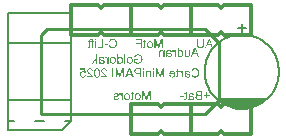
<source format=gbo>
G04*
G04 #@! TF.GenerationSoftware,Altium Limited,Altium Designer,21.1.1 (26)*
G04*
G04 Layer_Color=32896*
%FSLAX25Y25*%
%MOIN*%
G70*
G04*
G04 #@! TF.SameCoordinates,796318E6-0720-4558-8E08-BFF37AF7A405*
G04*
G04*
G04 #@! TF.FilePolarity,Positive*
G04*
G01*
G75*
%ADD10C,0.01000*%
%ADD13C,0.01181*%
%ADD14C,0.00591*%
%ADD59C,0.00500*%
G36*
X87008Y11811D02*
X86653Y11445D01*
X85874Y10786D01*
X85035Y10207D01*
X84143Y9713D01*
X83207Y9309D01*
X82236Y8998D01*
X81239Y8784D01*
X80226Y8669D01*
X79716Y8661D01*
X79716D01*
X76977Y8662D01*
X76467Y8669D01*
X75454Y8784D01*
X74457Y8998D01*
X73486Y9309D01*
X72550Y9713D01*
X71658Y10207D01*
X70819Y10786D01*
X70040Y11445D01*
X69685Y11811D01*
X69685D01*
X87008Y11811D01*
D02*
G37*
G36*
X49066Y21551D02*
X48695D01*
Y21974D01*
X49066D01*
Y21551D01*
D02*
G37*
G36*
X45776D02*
X45405D01*
Y21974D01*
X45776D01*
Y21551D01*
D02*
G37*
G36*
X32508Y21981D02*
X32584Y21974D01*
X32652Y21964D01*
X32718Y21948D01*
X32780Y21932D01*
X32836Y21912D01*
X32889Y21892D01*
X32934Y21873D01*
X32977Y21850D01*
X33013Y21830D01*
X33046Y21810D01*
X33072Y21794D01*
X33092Y21778D01*
X33105Y21768D01*
X33115Y21761D01*
X33118Y21758D01*
X33164Y21715D01*
X33204Y21666D01*
X33240Y21617D01*
X33272Y21561D01*
X33299Y21508D01*
X33325Y21456D01*
X33345Y21400D01*
X33361Y21351D01*
X33377Y21302D01*
X33387Y21256D01*
X33397Y21213D01*
X33404Y21177D01*
X33407Y21148D01*
X33410Y21128D01*
X33413Y21115D01*
Y21108D01*
X33033Y21069D01*
X33030Y21122D01*
X33026Y21171D01*
X33007Y21256D01*
X32980Y21335D01*
X32967Y21368D01*
X32951Y21397D01*
X32938Y21423D01*
X32921Y21446D01*
X32908Y21466D01*
X32898Y21482D01*
X32885Y21495D01*
X32879Y21505D01*
X32875Y21508D01*
X32872Y21512D01*
X32839Y21541D01*
X32807Y21567D01*
X32770Y21587D01*
X32734Y21607D01*
X32662Y21636D01*
X32593Y21656D01*
X32534Y21666D01*
X32508Y21673D01*
X32485D01*
X32465Y21676D01*
X32393D01*
X32347Y21669D01*
X32265Y21653D01*
X32197Y21627D01*
X32134Y21600D01*
X32088Y21571D01*
X32069Y21558D01*
X32052Y21545D01*
X32039Y21535D01*
X32029Y21528D01*
X32026Y21525D01*
X32023Y21522D01*
X31993Y21492D01*
X31970Y21463D01*
X31947Y21433D01*
X31931Y21400D01*
X31901Y21338D01*
X31882Y21279D01*
X31872Y21230D01*
X31865Y21207D01*
Y21187D01*
X31862Y21174D01*
Y21161D01*
Y21154D01*
Y21151D01*
X31865Y21112D01*
X31868Y21072D01*
X31888Y20993D01*
X31918Y20918D01*
X31951Y20849D01*
X31983Y20790D01*
X31996Y20767D01*
X32013Y20744D01*
X32023Y20728D01*
X32032Y20715D01*
X32036Y20708D01*
X32039Y20705D01*
X32075Y20659D01*
X32118Y20610D01*
X32167Y20557D01*
X32219Y20505D01*
X32328Y20397D01*
X32439Y20295D01*
X32492Y20246D01*
X32544Y20203D01*
X32590Y20164D01*
X32629Y20131D01*
X32662Y20101D01*
X32685Y20082D01*
X32702Y20065D01*
X32708Y20062D01*
X32767Y20013D01*
X32820Y19967D01*
X32872Y19924D01*
X32918Y19882D01*
X32964Y19842D01*
X33003Y19803D01*
X33040Y19770D01*
X33072Y19737D01*
X33102Y19708D01*
X33125Y19681D01*
X33148Y19659D01*
X33164Y19642D01*
X33180Y19626D01*
X33190Y19616D01*
X33194Y19609D01*
X33197Y19606D01*
X33256Y19534D01*
X33305Y19462D01*
X33348Y19393D01*
X33381Y19331D01*
X33407Y19278D01*
X33417Y19255D01*
X33426Y19239D01*
X33433Y19222D01*
X33436Y19212D01*
X33440Y19206D01*
Y19203D01*
X33456Y19157D01*
X33466Y19111D01*
X33476Y19068D01*
X33479Y19029D01*
X33482Y18996D01*
Y18970D01*
Y18953D01*
Y18947D01*
X31478D01*
Y19304D01*
X32971D01*
X32918Y19376D01*
X32892Y19409D01*
X32866Y19439D01*
X32843Y19465D01*
X32826Y19485D01*
X32813Y19498D01*
X32810Y19501D01*
X32790Y19521D01*
X32764Y19547D01*
X32734Y19573D01*
X32702Y19603D01*
X32633Y19668D01*
X32561Y19731D01*
X32492Y19790D01*
X32462Y19816D01*
X32433Y19839D01*
X32413Y19859D01*
X32393Y19872D01*
X32383Y19882D01*
X32380Y19885D01*
X32308Y19947D01*
X32239Y20006D01*
X32177Y20059D01*
X32121Y20111D01*
X32069Y20157D01*
X32023Y20203D01*
X31980Y20242D01*
X31941Y20279D01*
X31908Y20308D01*
X31882Y20337D01*
X31859Y20360D01*
X31839Y20380D01*
X31826Y20397D01*
X31813Y20406D01*
X31809Y20413D01*
X31806Y20416D01*
X31744Y20488D01*
X31695Y20554D01*
X31652Y20616D01*
X31616Y20672D01*
X31590Y20718D01*
X31570Y20754D01*
X31563Y20767D01*
X31560Y20777D01*
X31557Y20780D01*
Y20784D01*
X31531Y20849D01*
X31514Y20915D01*
X31501Y20974D01*
X31491Y21030D01*
X31485Y21076D01*
X31482Y21112D01*
Y21125D01*
Y21135D01*
Y21138D01*
Y21141D01*
X31485Y21207D01*
X31491Y21269D01*
X31504Y21328D01*
X31521Y21387D01*
X31541Y21440D01*
X31563Y21489D01*
X31586Y21535D01*
X31609Y21574D01*
X31632Y21613D01*
X31655Y21646D01*
X31678Y21676D01*
X31698Y21699D01*
X31714Y21715D01*
X31727Y21732D01*
X31734Y21738D01*
X31737Y21741D01*
X31787Y21784D01*
X31839Y21820D01*
X31895Y21853D01*
X31954Y21882D01*
X32010Y21905D01*
X32069Y21925D01*
X32124Y21941D01*
X32180Y21955D01*
X32229Y21964D01*
X32278Y21971D01*
X32321Y21978D01*
X32357Y21981D01*
X32387Y21984D01*
X32429D01*
X32508Y21981D01*
D02*
G37*
G36*
X27805D02*
X27880Y21974D01*
X27949Y21964D01*
X28014Y21948D01*
X28077Y21932D01*
X28133Y21912D01*
X28185Y21892D01*
X28231Y21873D01*
X28274Y21850D01*
X28310Y21830D01*
X28343Y21810D01*
X28369Y21794D01*
X28388Y21778D01*
X28401Y21768D01*
X28411Y21761D01*
X28415Y21758D01*
X28461Y21715D01*
X28500Y21666D01*
X28536Y21617D01*
X28569Y21561D01*
X28595Y21508D01*
X28621Y21456D01*
X28641Y21400D01*
X28657Y21351D01*
X28674Y21302D01*
X28684Y21256D01*
X28694Y21213D01*
X28700Y21177D01*
X28703Y21148D01*
X28707Y21128D01*
X28710Y21115D01*
Y21108D01*
X28329Y21069D01*
X28326Y21122D01*
X28323Y21171D01*
X28303Y21256D01*
X28277Y21335D01*
X28264Y21368D01*
X28247Y21397D01*
X28234Y21423D01*
X28218Y21446D01*
X28205Y21466D01*
X28195Y21482D01*
X28182Y21495D01*
X28175Y21505D01*
X28172Y21508D01*
X28169Y21512D01*
X28136Y21541D01*
X28103Y21567D01*
X28067Y21587D01*
X28031Y21607D01*
X27959Y21636D01*
X27890Y21656D01*
X27831Y21666D01*
X27805Y21673D01*
X27782D01*
X27762Y21676D01*
X27690D01*
X27644Y21669D01*
X27562Y21653D01*
X27493Y21627D01*
X27431Y21600D01*
X27385Y21571D01*
X27365Y21558D01*
X27349Y21545D01*
X27336Y21535D01*
X27326Y21528D01*
X27322Y21525D01*
X27319Y21522D01*
X27290Y21492D01*
X27267Y21463D01*
X27244Y21433D01*
X27227Y21400D01*
X27198Y21338D01*
X27178Y21279D01*
X27168Y21230D01*
X27162Y21207D01*
Y21187D01*
X27158Y21174D01*
Y21161D01*
Y21154D01*
Y21151D01*
X27162Y21112D01*
X27165Y21072D01*
X27185Y20993D01*
X27214Y20918D01*
X27247Y20849D01*
X27280Y20790D01*
X27293Y20767D01*
X27309Y20744D01*
X27319Y20728D01*
X27329Y20715D01*
X27332Y20708D01*
X27336Y20705D01*
X27372Y20659D01*
X27414Y20610D01*
X27463Y20557D01*
X27516Y20505D01*
X27624Y20397D01*
X27736Y20295D01*
X27788Y20246D01*
X27841Y20203D01*
X27887Y20164D01*
X27926Y20131D01*
X27959Y20101D01*
X27982Y20082D01*
X27998Y20065D01*
X28005Y20062D01*
X28064Y20013D01*
X28116Y19967D01*
X28169Y19924D01*
X28215Y19882D01*
X28260Y19842D01*
X28300Y19803D01*
X28336Y19770D01*
X28369Y19737D01*
X28398Y19708D01*
X28421Y19681D01*
X28444Y19659D01*
X28461Y19642D01*
X28477Y19626D01*
X28487Y19616D01*
X28490Y19609D01*
X28493Y19606D01*
X28552Y19534D01*
X28602Y19462D01*
X28644Y19393D01*
X28677Y19331D01*
X28703Y19278D01*
X28713Y19255D01*
X28723Y19239D01*
X28730Y19222D01*
X28733Y19212D01*
X28736Y19206D01*
Y19203D01*
X28752Y19157D01*
X28762Y19111D01*
X28772Y19068D01*
X28776Y19029D01*
X28779Y18996D01*
Y18970D01*
Y18953D01*
Y18947D01*
X26775D01*
Y19304D01*
X28267D01*
X28215Y19376D01*
X28188Y19409D01*
X28162Y19439D01*
X28139Y19465D01*
X28123Y19485D01*
X28110Y19498D01*
X28106Y19501D01*
X28087Y19521D01*
X28060Y19547D01*
X28031Y19573D01*
X27998Y19603D01*
X27929Y19668D01*
X27857Y19731D01*
X27788Y19790D01*
X27759Y19816D01*
X27729Y19839D01*
X27709Y19859D01*
X27690Y19872D01*
X27680Y19882D01*
X27677Y19885D01*
X27604Y19947D01*
X27536Y20006D01*
X27473Y20059D01*
X27417Y20111D01*
X27365Y20157D01*
X27319Y20203D01*
X27277Y20242D01*
X27237Y20279D01*
X27204Y20308D01*
X27178Y20337D01*
X27155Y20360D01*
X27136Y20380D01*
X27122Y20397D01*
X27109Y20406D01*
X27106Y20413D01*
X27103Y20416D01*
X27040Y20488D01*
X26991Y20554D01*
X26948Y20616D01*
X26912Y20672D01*
X26886Y20718D01*
X26866Y20754D01*
X26860Y20767D01*
X26857Y20777D01*
X26853Y20780D01*
Y20784D01*
X26827Y20849D01*
X26811Y20915D01*
X26798Y20974D01*
X26788Y21030D01*
X26781Y21076D01*
X26778Y21112D01*
Y21125D01*
Y21135D01*
Y21138D01*
Y21141D01*
X26781Y21207D01*
X26788Y21269D01*
X26801Y21328D01*
X26817Y21387D01*
X26837Y21440D01*
X26860Y21489D01*
X26883Y21535D01*
X26906Y21574D01*
X26929Y21613D01*
X26952Y21646D01*
X26975Y21676D01*
X26994Y21699D01*
X27011Y21715D01*
X27024Y21732D01*
X27031Y21738D01*
X27034Y21741D01*
X27083Y21784D01*
X27136Y21820D01*
X27191Y21853D01*
X27250Y21882D01*
X27306Y21905D01*
X27365Y21925D01*
X27421Y21941D01*
X27477Y21955D01*
X27526Y21964D01*
X27575Y21971D01*
X27618Y21978D01*
X27654Y21981D01*
X27683Y21984D01*
X27726D01*
X27805Y21981D01*
D02*
G37*
G36*
X26309Y20380D02*
X25961Y20331D01*
X25928Y20377D01*
X25892Y20420D01*
X25853Y20456D01*
X25820Y20488D01*
X25787Y20511D01*
X25761Y20531D01*
X25745Y20541D01*
X25738Y20544D01*
X25682Y20574D01*
X25627Y20593D01*
X25571Y20610D01*
X25518Y20620D01*
X25476Y20626D01*
X25440Y20629D01*
X25410D01*
X25358Y20626D01*
X25308Y20623D01*
X25259Y20613D01*
X25217Y20600D01*
X25135Y20570D01*
X25102Y20554D01*
X25069Y20538D01*
X25039Y20518D01*
X25017Y20502D01*
X24994Y20485D01*
X24977Y20472D01*
X24964Y20459D01*
X24951Y20449D01*
X24948Y20446D01*
X24944Y20443D01*
X24912Y20406D01*
X24885Y20367D01*
X24859Y20328D01*
X24839Y20288D01*
X24807Y20203D01*
X24787Y20124D01*
X24780Y20085D01*
X24774Y20052D01*
X24771Y20019D01*
X24767Y19993D01*
X24764Y19970D01*
Y19954D01*
Y19944D01*
Y19941D01*
X24767Y19878D01*
X24771Y19823D01*
X24780Y19767D01*
X24793Y19714D01*
X24807Y19668D01*
X24823Y19623D01*
X24839Y19583D01*
X24856Y19547D01*
X24876Y19514D01*
X24892Y19485D01*
X24908Y19462D01*
X24922Y19439D01*
X24935Y19422D01*
X24944Y19413D01*
X24948Y19406D01*
X24951Y19403D01*
X24987Y19367D01*
X25023Y19337D01*
X25059Y19311D01*
X25099Y19288D01*
X25138Y19268D01*
X25174Y19252D01*
X25246Y19229D01*
X25308Y19212D01*
X25335Y19209D01*
X25358Y19206D01*
X25377Y19203D01*
X25404D01*
X25446Y19206D01*
X25486Y19209D01*
X25558Y19226D01*
X25623Y19249D01*
X25679Y19275D01*
X25725Y19298D01*
X25758Y19321D01*
X25771Y19331D01*
X25781Y19337D01*
X25784Y19344D01*
X25787D01*
X25814Y19373D01*
X25840Y19403D01*
X25883Y19468D01*
X25919Y19541D01*
X25945Y19609D01*
X25961Y19672D01*
X25971Y19701D01*
X25974Y19724D01*
X25978Y19744D01*
X25981Y19757D01*
X25984Y19767D01*
Y19770D01*
X26375Y19741D01*
X26365Y19672D01*
X26351Y19603D01*
X26335Y19541D01*
X26312Y19481D01*
X26289Y19429D01*
X26266Y19376D01*
X26240Y19331D01*
X26214Y19291D01*
X26188Y19252D01*
X26165Y19219D01*
X26142Y19193D01*
X26119Y19170D01*
X26102Y19150D01*
X26089Y19137D01*
X26083Y19130D01*
X26079Y19127D01*
X26027Y19088D01*
X25974Y19052D01*
X25919Y19022D01*
X25863Y18996D01*
X25807Y18973D01*
X25751Y18953D01*
X25695Y18937D01*
X25643Y18927D01*
X25594Y18917D01*
X25548Y18911D01*
X25509Y18904D01*
X25473Y18901D01*
X25443Y18898D01*
X25404D01*
X25312Y18901D01*
X25227Y18914D01*
X25144Y18930D01*
X25069Y18957D01*
X24997Y18983D01*
X24931Y19012D01*
X24872Y19049D01*
X24820Y19081D01*
X24771Y19114D01*
X24728Y19150D01*
X24692Y19180D01*
X24662Y19209D01*
X24639Y19232D01*
X24623Y19249D01*
X24613Y19262D01*
X24610Y19265D01*
X24567Y19321D01*
X24531Y19380D01*
X24498Y19442D01*
X24472Y19501D01*
X24449Y19560D01*
X24430Y19619D01*
X24413Y19678D01*
X24400Y19731D01*
X24390Y19783D01*
X24384Y19829D01*
X24377Y19869D01*
X24374Y19905D01*
X24370Y19934D01*
Y19954D01*
Y19970D01*
Y19974D01*
X24374Y20052D01*
X24384Y20128D01*
X24397Y20200D01*
X24413Y20265D01*
X24433Y20331D01*
X24459Y20387D01*
X24482Y20443D01*
X24508Y20492D01*
X24534Y20534D01*
X24557Y20570D01*
X24580Y20606D01*
X24603Y20633D01*
X24620Y20652D01*
X24633Y20669D01*
X24643Y20679D01*
X24646Y20682D01*
X24698Y20731D01*
X24754Y20774D01*
X24810Y20810D01*
X24866Y20843D01*
X24922Y20869D01*
X24977Y20892D01*
X25030Y20908D01*
X25082Y20925D01*
X25128Y20934D01*
X25174Y20944D01*
X25213Y20948D01*
X25246Y20954D01*
X25272D01*
X25295Y20957D01*
X25312D01*
X25368Y20954D01*
X25423Y20951D01*
X25476Y20941D01*
X25528Y20928D01*
X25623Y20898D01*
X25669Y20879D01*
X25709Y20862D01*
X25748Y20846D01*
X25781Y20826D01*
X25810Y20810D01*
X25837Y20797D01*
X25856Y20784D01*
X25869Y20777D01*
X25879Y20771D01*
X25883Y20767D01*
X25722Y21581D01*
X24511D01*
Y21935D01*
X26017D01*
X26309Y20380D01*
D02*
G37*
G36*
X60224Y21187D02*
X60319Y21177D01*
X60404Y21164D01*
X60444Y21158D01*
X60477Y21151D01*
X60510Y21144D01*
X60539Y21138D01*
X60562Y21131D01*
X60582Y21125D01*
X60598Y21118D01*
X60611Y21115D01*
X60618Y21112D01*
X60621D01*
X60696Y21079D01*
X60762Y21043D01*
X60818Y21007D01*
X60864Y20971D01*
X60900Y20938D01*
X60926Y20912D01*
X60942Y20895D01*
X60949Y20892D01*
Y20889D01*
X60988Y20833D01*
X61021Y20771D01*
X61047Y20708D01*
X61070Y20649D01*
X61087Y20597D01*
X61093Y20574D01*
X61100Y20554D01*
X61103Y20538D01*
X61106Y20525D01*
X61110Y20518D01*
Y20515D01*
X60746Y20466D01*
X60733Y20508D01*
X60719Y20548D01*
X60693Y20613D01*
X60660Y20672D01*
X60631Y20715D01*
X60605Y20748D01*
X60582Y20774D01*
X60568Y20787D01*
X60562Y20790D01*
X60510Y20820D01*
X60447Y20843D01*
X60385Y20859D01*
X60322Y20872D01*
X60264Y20879D01*
X60241D01*
X60218Y20882D01*
X60175D01*
X60076Y20876D01*
X59991Y20862D01*
X59919Y20843D01*
X59860Y20820D01*
X59814Y20794D01*
X59798Y20784D01*
X59781Y20774D01*
X59768Y20767D01*
X59762Y20761D01*
X59755Y20754D01*
X59719Y20715D01*
X59693Y20666D01*
X59673Y20613D01*
X59660Y20561D01*
X59653Y20511D01*
X59647Y20472D01*
Y20459D01*
Y20446D01*
Y20439D01*
Y20436D01*
Y20426D01*
Y20413D01*
Y20380D01*
X59650Y20367D01*
Y20354D01*
Y20344D01*
Y20341D01*
X59693Y20328D01*
X59739Y20315D01*
X59791Y20301D01*
X59844Y20288D01*
X59952Y20265D01*
X60060Y20246D01*
X60113Y20239D01*
X60158Y20233D01*
X60201Y20226D01*
X60241Y20220D01*
X60270Y20216D01*
X60293Y20213D01*
X60306Y20210D01*
X60313D01*
X60391Y20200D01*
X60457Y20190D01*
X60516Y20180D01*
X60562Y20174D01*
X60598Y20164D01*
X60624Y20160D01*
X60637Y20154D01*
X60644D01*
X60696Y20137D01*
X60749Y20118D01*
X60795Y20098D01*
X60834Y20078D01*
X60867Y20062D01*
X60890Y20046D01*
X60906Y20036D01*
X60913Y20032D01*
X60956Y20000D01*
X60992Y19967D01*
X61024Y19931D01*
X61051Y19898D01*
X61074Y19865D01*
X61090Y19842D01*
X61100Y19826D01*
X61103Y19819D01*
X61126Y19767D01*
X61146Y19718D01*
X61159Y19668D01*
X61165Y19623D01*
X61172Y19583D01*
X61175Y19550D01*
Y19531D01*
Y19527D01*
Y19524D01*
X61172Y19475D01*
X61165Y19426D01*
X61159Y19380D01*
X61146Y19337D01*
X61113Y19258D01*
X61077Y19196D01*
X61061Y19167D01*
X61044Y19144D01*
X61028Y19121D01*
X61011Y19104D01*
X60998Y19091D01*
X60992Y19081D01*
X60985Y19075D01*
X60982Y19072D01*
X60942Y19042D01*
X60903Y19016D01*
X60857Y18990D01*
X60814Y18970D01*
X60723Y18940D01*
X60631Y18921D01*
X60592Y18911D01*
X60552Y18907D01*
X60516Y18904D01*
X60487Y18901D01*
X60464Y18898D01*
X60427D01*
X60346Y18901D01*
X60270Y18907D01*
X60201Y18921D01*
X60139Y18934D01*
X60090Y18947D01*
X60067Y18953D01*
X60050Y18960D01*
X60037Y18963D01*
X60027Y18967D01*
X60021Y18970D01*
X60018D01*
X59945Y19003D01*
X59873Y19039D01*
X59808Y19081D01*
X59745Y19124D01*
X59693Y19160D01*
X59673Y19180D01*
X59653Y19193D01*
X59637Y19206D01*
X59627Y19216D01*
X59621Y19219D01*
X59617Y19222D01*
X59611Y19163D01*
X59601Y19111D01*
X59588Y19065D01*
X59575Y19026D01*
X59565Y18993D01*
X59555Y18967D01*
X59548Y18953D01*
X59545Y18947D01*
X59158D01*
X59181Y18993D01*
X59201Y19042D01*
X59217Y19085D01*
X59230Y19124D01*
X59240Y19160D01*
X59247Y19186D01*
X59250Y19203D01*
Y19209D01*
X59253Y19239D01*
X59257Y19278D01*
X59260Y19321D01*
X59263Y19370D01*
X59266Y19422D01*
Y19478D01*
X59270Y19590D01*
Y19642D01*
X59273Y19695D01*
Y19741D01*
Y19783D01*
Y19816D01*
Y19842D01*
Y19859D01*
Y19865D01*
Y20360D01*
Y20406D01*
Y20446D01*
X59276Y20482D01*
Y20518D01*
X59280Y20577D01*
X59283Y20623D01*
X59286Y20659D01*
X59289Y20682D01*
X59293Y20698D01*
Y20702D01*
X59306Y20757D01*
X59325Y20807D01*
X59345Y20849D01*
X59365Y20885D01*
X59381Y20915D01*
X59398Y20938D01*
X59407Y20951D01*
X59411Y20954D01*
X59447Y20990D01*
X59486Y21023D01*
X59529Y21053D01*
X59571Y21076D01*
X59611Y21095D01*
X59640Y21108D01*
X59653Y21115D01*
X59663Y21118D01*
X59667Y21122D01*
X59670D01*
X59739Y21144D01*
X59814Y21161D01*
X59890Y21174D01*
X59962Y21181D01*
X60024Y21187D01*
X60053D01*
X60076Y21190D01*
X60122D01*
X60224Y21187D01*
D02*
G37*
G36*
X52559Y18947D02*
X52172D01*
Y21525D01*
X51299Y18947D01*
X50938D01*
X50053Y21482D01*
Y18947D01*
X49666D01*
Y21974D01*
X50207D01*
X50935Y19869D01*
X50955Y19809D01*
X50975Y19757D01*
X50991Y19704D01*
X51007Y19659D01*
X51020Y19613D01*
X51034Y19573D01*
X51047Y19537D01*
X51056Y19504D01*
X51066Y19478D01*
X51073Y19452D01*
X51079Y19432D01*
X51086Y19413D01*
X51089Y19399D01*
X51093Y19390D01*
X51096Y19386D01*
Y19383D01*
X51106Y19413D01*
X51116Y19445D01*
X51139Y19514D01*
X51161Y19590D01*
X51184Y19662D01*
X51207Y19727D01*
X51217Y19757D01*
X51224Y19780D01*
X51230Y19800D01*
X51237Y19816D01*
X51240Y19826D01*
Y19829D01*
X51959Y21974D01*
X52559D01*
Y18947D01*
D02*
G37*
G36*
X39167D02*
X38780D01*
Y21525D01*
X37907Y18947D01*
X37546D01*
X36661Y21482D01*
Y18947D01*
X36274D01*
Y21974D01*
X36815D01*
X37543Y19869D01*
X37563Y19809D01*
X37582Y19757D01*
X37599Y19704D01*
X37615Y19659D01*
X37628Y19613D01*
X37641Y19573D01*
X37654Y19537D01*
X37664Y19504D01*
X37674Y19478D01*
X37681Y19452D01*
X37687Y19432D01*
X37694Y19413D01*
X37697Y19399D01*
X37700Y19390D01*
X37704Y19386D01*
Y19383D01*
X37714Y19413D01*
X37723Y19445D01*
X37746Y19514D01*
X37769Y19590D01*
X37792Y19662D01*
X37815Y19727D01*
X37825Y19757D01*
X37832Y19780D01*
X37838Y19800D01*
X37845Y19816D01*
X37848Y19826D01*
Y19829D01*
X38566Y21974D01*
X39167D01*
Y18947D01*
D02*
G37*
G36*
X57230Y21682D02*
Y21141D01*
X57505D01*
Y20853D01*
X57230D01*
Y19586D01*
Y19527D01*
X57226Y19472D01*
Y19422D01*
X57223Y19376D01*
X57220Y19337D01*
X57216Y19301D01*
X57213Y19268D01*
X57206Y19242D01*
X57203Y19219D01*
X57200Y19199D01*
X57197Y19183D01*
X57193Y19170D01*
X57190Y19153D01*
X57187Y19147D01*
X57167Y19111D01*
X57144Y19078D01*
X57118Y19049D01*
X57092Y19026D01*
X57065Y19006D01*
X57046Y18993D01*
X57033Y18983D01*
X57029Y18980D01*
X56984Y18960D01*
X56934Y18944D01*
X56882Y18934D01*
X56829Y18924D01*
X56783Y18921D01*
X56747Y18917D01*
X56714D01*
X56616Y18924D01*
X56570Y18927D01*
X56528Y18934D01*
X56488Y18940D01*
X56459Y18944D01*
X56439Y18950D01*
X56432D01*
X56482Y19278D01*
X56518Y19275D01*
X56551Y19272D01*
X56580Y19268D01*
X56603D01*
X56623Y19265D01*
X56678D01*
X56705Y19268D01*
X56724Y19275D01*
X56744Y19278D01*
X56757Y19285D01*
X56767Y19288D01*
X56774Y19291D01*
X56777D01*
X56803Y19314D01*
X56823Y19337D01*
X56836Y19357D01*
X56839Y19360D01*
Y19363D01*
X56846Y19386D01*
X56849Y19416D01*
X56856Y19449D01*
Y19481D01*
X56859Y19514D01*
Y19541D01*
Y19560D01*
Y19564D01*
Y19567D01*
Y20853D01*
X56482D01*
Y21141D01*
X56859D01*
Y21905D01*
X57230Y21682D01*
D02*
G37*
G36*
X62822Y22024D02*
X62894Y22020D01*
X63029Y21997D01*
X63094Y21984D01*
X63153Y21968D01*
X63212Y21951D01*
X63265Y21935D01*
X63311Y21918D01*
X63353Y21902D01*
X63393Y21886D01*
X63422Y21873D01*
X63448Y21859D01*
X63465Y21850D01*
X63478Y21846D01*
X63481Y21843D01*
X63540Y21807D01*
X63599Y21768D01*
X63652Y21725D01*
X63701Y21682D01*
X63747Y21636D01*
X63789Y21594D01*
X63826Y21548D01*
X63862Y21508D01*
X63891Y21466D01*
X63917Y21430D01*
X63940Y21397D01*
X63960Y21368D01*
X63973Y21341D01*
X63983Y21325D01*
X63990Y21312D01*
X63993Y21308D01*
X64026Y21243D01*
X64052Y21171D01*
X64075Y21102D01*
X64098Y21033D01*
X64131Y20892D01*
X64140Y20826D01*
X64150Y20764D01*
X64157Y20705D01*
X64163Y20652D01*
X64167Y20603D01*
X64170Y20561D01*
X64173Y20528D01*
Y20502D01*
Y20488D01*
Y20482D01*
X64170Y20403D01*
X64167Y20324D01*
X64147Y20174D01*
X64137Y20101D01*
X64124Y20036D01*
X64108Y19974D01*
X64095Y19914D01*
X64078Y19862D01*
X64065Y19813D01*
X64052Y19773D01*
X64039Y19737D01*
X64029Y19711D01*
X64022Y19688D01*
X64019Y19675D01*
X64016Y19672D01*
X63983Y19603D01*
X63950Y19537D01*
X63914Y19478D01*
X63875Y19422D01*
X63835Y19370D01*
X63799Y19324D01*
X63760Y19281D01*
X63724Y19242D01*
X63688Y19206D01*
X63655Y19176D01*
X63626Y19153D01*
X63599Y19130D01*
X63579Y19114D01*
X63563Y19104D01*
X63553Y19098D01*
X63550Y19094D01*
X63491Y19058D01*
X63429Y19029D01*
X63363Y19003D01*
X63294Y18980D01*
X63229Y18963D01*
X63163Y18947D01*
X63097Y18934D01*
X63035Y18924D01*
X62976Y18914D01*
X62924Y18907D01*
X62874Y18904D01*
X62835Y18901D01*
X62799Y18898D01*
X62753D01*
X62664Y18901D01*
X62582Y18907D01*
X62504Y18921D01*
X62428Y18937D01*
X62356Y18957D01*
X62291Y18980D01*
X62231Y19003D01*
X62176Y19026D01*
X62123Y19049D01*
X62081Y19072D01*
X62041Y19094D01*
X62012Y19114D01*
X61985Y19130D01*
X61969Y19144D01*
X61956Y19150D01*
X61953Y19153D01*
X61894Y19206D01*
X61838Y19262D01*
X61789Y19321D01*
X61743Y19380D01*
X61700Y19442D01*
X61664Y19508D01*
X61631Y19567D01*
X61602Y19629D01*
X61576Y19685D01*
X61556Y19737D01*
X61536Y19786D01*
X61523Y19826D01*
X61510Y19862D01*
X61503Y19885D01*
X61497Y19901D01*
Y19908D01*
X61897Y20010D01*
X61913Y19941D01*
X61936Y19875D01*
X61959Y19813D01*
X61982Y19757D01*
X62008Y19704D01*
X62035Y19659D01*
X62061Y19616D01*
X62087Y19577D01*
X62113Y19544D01*
X62136Y19514D01*
X62159Y19488D01*
X62176Y19468D01*
X62192Y19452D01*
X62205Y19442D01*
X62212Y19436D01*
X62215Y19432D01*
X62261Y19399D01*
X62307Y19370D01*
X62353Y19344D01*
X62402Y19321D01*
X62451Y19301D01*
X62497Y19285D01*
X62589Y19262D01*
X62628Y19255D01*
X62668Y19249D01*
X62700Y19245D01*
X62730Y19242D01*
X62753Y19239D01*
X62786D01*
X62838Y19242D01*
X62888Y19245D01*
X62983Y19262D01*
X63071Y19285D01*
X63147Y19311D01*
X63179Y19324D01*
X63209Y19334D01*
X63235Y19347D01*
X63258Y19357D01*
X63278Y19367D01*
X63291Y19373D01*
X63297Y19380D01*
X63301D01*
X63343Y19409D01*
X63383Y19439D01*
X63455Y19508D01*
X63514Y19577D01*
X63563Y19649D01*
X63599Y19711D01*
X63616Y19737D01*
X63629Y19764D01*
X63635Y19783D01*
X63642Y19796D01*
X63648Y19806D01*
Y19809D01*
X63684Y19921D01*
X63714Y20036D01*
X63734Y20151D01*
X63740Y20203D01*
X63747Y20256D01*
X63750Y20305D01*
X63753Y20347D01*
X63757Y20387D01*
Y20420D01*
X63760Y20449D01*
Y20469D01*
Y20482D01*
Y20485D01*
X63757Y20597D01*
X63747Y20702D01*
X63730Y20800D01*
X63724Y20846D01*
X63714Y20889D01*
X63704Y20925D01*
X63698Y20961D01*
X63688Y20990D01*
X63681Y21016D01*
X63678Y21036D01*
X63671Y21053D01*
X63668Y21062D01*
Y21066D01*
X63626Y21167D01*
X63576Y21256D01*
X63524Y21331D01*
X63494Y21364D01*
X63468Y21397D01*
X63442Y21423D01*
X63419Y21446D01*
X63396Y21469D01*
X63380Y21486D01*
X63363Y21499D01*
X63350Y21508D01*
X63343Y21512D01*
X63340Y21515D01*
X63294Y21545D01*
X63248Y21571D01*
X63199Y21594D01*
X63150Y21613D01*
X63051Y21643D01*
X62956Y21666D01*
X62917Y21673D01*
X62878Y21676D01*
X62841Y21679D01*
X62812Y21682D01*
X62786Y21686D01*
X62697D01*
X62645Y21679D01*
X62546Y21663D01*
X62461Y21636D01*
X62425Y21623D01*
X62389Y21610D01*
X62356Y21597D01*
X62330Y21584D01*
X62307Y21571D01*
X62287Y21558D01*
X62271Y21548D01*
X62261Y21541D01*
X62254Y21538D01*
X62251Y21535D01*
X62215Y21505D01*
X62179Y21472D01*
X62120Y21397D01*
X62064Y21315D01*
X62022Y21236D01*
X61989Y21164D01*
X61972Y21135D01*
X61962Y21108D01*
X61953Y21085D01*
X61949Y21066D01*
X61943Y21056D01*
Y21053D01*
X61549Y21144D01*
X61576Y21220D01*
X61605Y21292D01*
X61634Y21361D01*
X61671Y21423D01*
X61703Y21482D01*
X61739Y21535D01*
X61775Y21584D01*
X61812Y21627D01*
X61848Y21666D01*
X61877Y21699D01*
X61907Y21728D01*
X61933Y21751D01*
X61953Y21771D01*
X61969Y21784D01*
X61979Y21791D01*
X61982Y21794D01*
X62041Y21836D01*
X62103Y21869D01*
X62166Y21902D01*
X62231Y21928D01*
X62297Y21951D01*
X62359Y21971D01*
X62422Y21984D01*
X62481Y21997D01*
X62537Y22007D01*
X62586Y22014D01*
X62632Y22020D01*
X62671Y22024D01*
X62704Y22027D01*
X62746D01*
X62822Y22024D01*
D02*
G37*
G36*
X55301Y21187D02*
X55383Y21177D01*
X55455Y21161D01*
X55527Y21141D01*
X55593Y21118D01*
X55655Y21092D01*
X55711Y21066D01*
X55760Y21036D01*
X55806Y21007D01*
X55845Y20980D01*
X55881Y20954D01*
X55908Y20931D01*
X55931Y20912D01*
X55947Y20895D01*
X55957Y20885D01*
X55960Y20882D01*
X56009Y20823D01*
X56052Y20757D01*
X56091Y20688D01*
X56124Y20620D01*
X56150Y20548D01*
X56173Y20475D01*
X56193Y20406D01*
X56206Y20338D01*
X56219Y20275D01*
X56226Y20213D01*
X56232Y20160D01*
X56239Y20114D01*
Y20075D01*
X56242Y20046D01*
Y20029D01*
Y20023D01*
X56239Y19924D01*
X56229Y19832D01*
X56216Y19747D01*
X56200Y19668D01*
X56177Y19593D01*
X56154Y19524D01*
X56127Y19462D01*
X56101Y19406D01*
X56078Y19357D01*
X56052Y19314D01*
X56029Y19278D01*
X56006Y19249D01*
X55990Y19222D01*
X55976Y19206D01*
X55967Y19196D01*
X55963Y19193D01*
X55908Y19140D01*
X55849Y19094D01*
X55790Y19055D01*
X55724Y19022D01*
X55662Y18993D01*
X55596Y18970D01*
X55534Y18950D01*
X55475Y18934D01*
X55419Y18924D01*
X55366Y18914D01*
X55321Y18907D01*
X55278Y18901D01*
X55245D01*
X55219Y18898D01*
X55199D01*
X55130Y18901D01*
X55061Y18904D01*
X54999Y18914D01*
X54940Y18927D01*
X54884Y18940D01*
X54835Y18957D01*
X54786Y18973D01*
X54743Y18990D01*
X54704Y19006D01*
X54671Y19022D01*
X54641Y19039D01*
X54615Y19052D01*
X54599Y19065D01*
X54583Y19075D01*
X54576Y19078D01*
X54573Y19081D01*
X54527Y19117D01*
X54487Y19157D01*
X54451Y19199D01*
X54415Y19242D01*
X54356Y19331D01*
X54310Y19413D01*
X54294Y19452D01*
X54277Y19488D01*
X54264Y19521D01*
X54255Y19550D01*
X54245Y19573D01*
X54238Y19590D01*
X54235Y19603D01*
Y19606D01*
X54622Y19655D01*
X54655Y19573D01*
X54694Y19501D01*
X54733Y19439D01*
X54769Y19393D01*
X54802Y19354D01*
X54829Y19327D01*
X54845Y19314D01*
X54848Y19308D01*
X54852D01*
X54907Y19272D01*
X54966Y19249D01*
X55025Y19229D01*
X55078Y19216D01*
X55127Y19209D01*
X55166Y19206D01*
X55180Y19203D01*
X55199D01*
X55248Y19206D01*
X55298Y19212D01*
X55344Y19219D01*
X55386Y19232D01*
X55465Y19262D01*
X55530Y19298D01*
X55560Y19314D01*
X55586Y19334D01*
X55606Y19350D01*
X55625Y19363D01*
X55639Y19376D01*
X55648Y19386D01*
X55655Y19390D01*
X55658Y19393D01*
X55691Y19432D01*
X55721Y19472D01*
X55744Y19518D01*
X55767Y19560D01*
X55803Y19655D01*
X55829Y19744D01*
X55839Y19786D01*
X55845Y19826D01*
X55852Y19859D01*
X55855Y19892D01*
X55858Y19914D01*
X55862Y19934D01*
Y19947D01*
Y19951D01*
X54225D01*
X54222Y19993D01*
Y20026D01*
Y20042D01*
Y20049D01*
X54225Y20147D01*
X54235Y20239D01*
X54248Y20328D01*
X54264Y20410D01*
X54287Y20485D01*
X54310Y20554D01*
X54337Y20616D01*
X54360Y20672D01*
X54386Y20721D01*
X54412Y20767D01*
X54435Y20803D01*
X54458Y20833D01*
X54474Y20859D01*
X54487Y20876D01*
X54497Y20885D01*
X54501Y20889D01*
X54553Y20941D01*
X54612Y20987D01*
X54671Y21030D01*
X54730Y21062D01*
X54789Y21092D01*
X54852Y21118D01*
X54907Y21138D01*
X54963Y21154D01*
X55015Y21164D01*
X55065Y21174D01*
X55107Y21181D01*
X55147Y21187D01*
X55176D01*
X55199Y21190D01*
X55219D01*
X55301Y21187D01*
D02*
G37*
G36*
X57941D02*
X57987Y21177D01*
X58026Y21167D01*
X58063Y21154D01*
X58089Y21138D01*
X58112Y21128D01*
X58125Y21118D01*
X58131Y21115D01*
X58151Y21099D01*
X58174Y21079D01*
X58214Y21036D01*
X58253Y20984D01*
X58289Y20931D01*
X58322Y20885D01*
X58345Y20843D01*
X58355Y20830D01*
X58361Y20816D01*
X58368Y20810D01*
Y21141D01*
X58702D01*
Y18947D01*
X58332D01*
Y20095D01*
X58328Y20180D01*
X58322Y20262D01*
X58312Y20334D01*
X58302Y20400D01*
X58292Y20452D01*
X58286Y20475D01*
X58282Y20495D01*
X58279Y20508D01*
X58276Y20518D01*
X58272Y20525D01*
Y20528D01*
X58253Y20574D01*
X58233Y20616D01*
X58210Y20649D01*
X58187Y20679D01*
X58168Y20702D01*
X58151Y20718D01*
X58138Y20728D01*
X58135Y20731D01*
X58095Y20757D01*
X58059Y20774D01*
X58023Y20787D01*
X57987Y20797D01*
X57958Y20803D01*
X57935Y20807D01*
X57915D01*
X57863Y20803D01*
X57813Y20794D01*
X57767Y20780D01*
X57728Y20767D01*
X57692Y20751D01*
X57666Y20738D01*
X57649Y20728D01*
X57643Y20725D01*
X57512Y21069D01*
X57584Y21108D01*
X57656Y21138D01*
X57718Y21161D01*
X57777Y21174D01*
X57826Y21184D01*
X57846Y21187D01*
X57863D01*
X57876Y21190D01*
X57895D01*
X57941Y21187D01*
D02*
G37*
G36*
X49066Y18947D02*
X48695D01*
Y21141D01*
X49066D01*
Y18947D01*
D02*
G37*
G36*
X47183Y21187D02*
X47262Y21174D01*
X47334Y21158D01*
X47403Y21135D01*
X47465Y21105D01*
X47521Y21076D01*
X47573Y21043D01*
X47619Y21010D01*
X47662Y20974D01*
X47698Y20941D01*
X47727Y20912D01*
X47750Y20882D01*
X47770Y20859D01*
X47786Y20843D01*
X47793Y20830D01*
X47796Y20826D01*
Y21141D01*
X48131D01*
Y18947D01*
X47760D01*
Y20144D01*
X47757Y20220D01*
X47754Y20292D01*
X47744Y20354D01*
X47734Y20413D01*
X47721Y20466D01*
X47708Y20511D01*
X47691Y20554D01*
X47675Y20590D01*
X47658Y20623D01*
X47642Y20649D01*
X47629Y20669D01*
X47616Y20688D01*
X47606Y20702D01*
X47596Y20711D01*
X47593Y20715D01*
X47590Y20718D01*
X47557Y20744D01*
X47521Y20767D01*
X47452Y20807D01*
X47383Y20833D01*
X47321Y20849D01*
X47265Y20862D01*
X47239Y20866D01*
X47219D01*
X47203Y20869D01*
X47180D01*
X47124Y20866D01*
X47075Y20859D01*
X47032Y20846D01*
X46993Y20836D01*
X46963Y20823D01*
X46940Y20810D01*
X46924Y20803D01*
X46920Y20800D01*
X46881Y20774D01*
X46848Y20744D01*
X46822Y20715D01*
X46802Y20685D01*
X46786Y20659D01*
X46776Y20639D01*
X46769Y20626D01*
X46766Y20620D01*
X46750Y20574D01*
X46740Y20521D01*
X46730Y20466D01*
X46727Y20410D01*
X46724Y20360D01*
X46720Y20338D01*
Y20318D01*
Y20305D01*
Y20292D01*
Y20285D01*
Y20282D01*
Y18947D01*
X46350D01*
Y20295D01*
Y20341D01*
Y20383D01*
X46353Y20426D01*
Y20462D01*
X46356Y20495D01*
Y20525D01*
X46360Y20574D01*
X46366Y20610D01*
X46369Y20636D01*
X46373Y20652D01*
Y20656D01*
X46386Y20715D01*
X46406Y20767D01*
X46422Y20813D01*
X46442Y20853D01*
X46461Y20885D01*
X46474Y20912D01*
X46484Y20925D01*
X46488Y20931D01*
X46520Y20974D01*
X46560Y21010D01*
X46602Y21039D01*
X46642Y21069D01*
X46681Y21089D01*
X46711Y21105D01*
X46730Y21115D01*
X46733Y21118D01*
X46737D01*
X46799Y21141D01*
X46861Y21161D01*
X46924Y21174D01*
X46979Y21181D01*
X47029Y21187D01*
X47048D01*
X47068Y21190D01*
X47101D01*
X47183Y21187D01*
D02*
G37*
G36*
X45776Y18947D02*
X45405D01*
Y21141D01*
X45776D01*
Y18947D01*
D02*
G37*
G36*
X44795D02*
X44395D01*
Y20177D01*
X43621D01*
X43503Y20180D01*
X43398Y20190D01*
X43299Y20203D01*
X43207Y20220D01*
X43129Y20239D01*
X43053Y20262D01*
X42991Y20285D01*
X42932Y20311D01*
X42883Y20334D01*
X42840Y20357D01*
X42804Y20380D01*
X42778Y20400D01*
X42755Y20420D01*
X42742Y20433D01*
X42732Y20439D01*
X42729Y20443D01*
X42686Y20495D01*
X42647Y20548D01*
X42614Y20603D01*
X42588Y20659D01*
X42561Y20715D01*
X42542Y20767D01*
X42525Y20820D01*
X42512Y20869D01*
X42502Y20918D01*
X42496Y20961D01*
X42489Y20997D01*
X42486Y21030D01*
X42483Y21059D01*
Y21079D01*
Y21092D01*
Y21095D01*
X42486Y21177D01*
X42496Y21256D01*
X42512Y21325D01*
X42529Y21387D01*
X42548Y21436D01*
X42555Y21459D01*
X42561Y21476D01*
X42568Y21489D01*
X42574Y21499D01*
X42578Y21505D01*
Y21508D01*
X42614Y21577D01*
X42653Y21633D01*
X42696Y21686D01*
X42732Y21725D01*
X42768Y21758D01*
X42794Y21781D01*
X42814Y21797D01*
X42817Y21800D01*
X42820D01*
X42880Y21836D01*
X42942Y21866D01*
X43004Y21892D01*
X43063Y21912D01*
X43116Y21928D01*
X43139Y21932D01*
X43158Y21938D01*
X43171Y21941D01*
X43185D01*
X43191Y21945D01*
X43194D01*
X43224Y21951D01*
X43260Y21955D01*
X43332Y21961D01*
X43407Y21968D01*
X43483Y21971D01*
X43549Y21974D01*
X44795D01*
Y18947D01*
D02*
G37*
G36*
X42302D02*
X41879D01*
X41551Y19862D01*
X40278D01*
X39928Y18947D01*
X39472D01*
X40711Y21974D01*
X41144D01*
X42302Y18947D01*
D02*
G37*
G36*
X35562Y18947D02*
X35162D01*
Y21974D01*
X35562D01*
Y18947D01*
D02*
G37*
G36*
X30153Y21981D02*
X30212Y21978D01*
X30268Y21968D01*
X30320Y21958D01*
X30366Y21945D01*
X30412Y21928D01*
X30455Y21912D01*
X30491Y21896D01*
X30527Y21879D01*
X30556Y21863D01*
X30583Y21850D01*
X30602Y21833D01*
X30619Y21823D01*
X30632Y21814D01*
X30639Y21810D01*
X30642Y21807D01*
X30681Y21771D01*
X30717Y21735D01*
X30783Y21653D01*
X30842Y21571D01*
X30888Y21489D01*
X30907Y21450D01*
X30924Y21417D01*
X30937Y21384D01*
X30950Y21358D01*
X30957Y21335D01*
X30963Y21315D01*
X30970Y21305D01*
Y21302D01*
X30990Y21239D01*
X31006Y21171D01*
X31032Y21030D01*
X31052Y20885D01*
X31058Y20816D01*
X31065Y20748D01*
X31068Y20685D01*
X31071Y20626D01*
X31075Y20574D01*
Y20528D01*
X31078Y20492D01*
Y20462D01*
Y20446D01*
Y20439D01*
X31075Y20285D01*
X31065Y20141D01*
X31052Y20009D01*
X31032Y19888D01*
X31009Y19777D01*
X30983Y19675D01*
X30957Y19586D01*
X30927Y19504D01*
X30901Y19436D01*
X30875Y19373D01*
X30848Y19324D01*
X30825Y19281D01*
X30806Y19249D01*
X30793Y19226D01*
X30783Y19212D01*
X30780Y19209D01*
X30730Y19153D01*
X30678Y19108D01*
X30622Y19065D01*
X30566Y19029D01*
X30511Y18999D01*
X30452Y18973D01*
X30396Y18953D01*
X30343Y18937D01*
X30291Y18924D01*
X30245Y18914D01*
X30202Y18907D01*
X30166Y18904D01*
X30137Y18901D01*
X30114Y18898D01*
X30094D01*
X30032Y18901D01*
X29976Y18904D01*
X29920Y18914D01*
X29868Y18924D01*
X29818Y18940D01*
X29776Y18953D01*
X29733Y18970D01*
X29697Y18986D01*
X29661Y19003D01*
X29632Y19019D01*
X29605Y19035D01*
X29586Y19049D01*
X29569Y19058D01*
X29556Y19068D01*
X29550Y19072D01*
X29546Y19075D01*
X29507Y19111D01*
X29467Y19147D01*
X29402Y19229D01*
X29346Y19311D01*
X29300Y19393D01*
X29281Y19432D01*
X29264Y19468D01*
X29251Y19498D01*
X29238Y19527D01*
X29228Y19547D01*
X29225Y19567D01*
X29218Y19577D01*
Y19580D01*
X29199Y19642D01*
X29182Y19711D01*
X29153Y19852D01*
X29133Y19996D01*
X29126Y20065D01*
X29120Y20134D01*
X29117Y20197D01*
X29113Y20256D01*
X29110Y20305D01*
X29107Y20351D01*
Y20387D01*
Y20416D01*
Y20433D01*
Y20439D01*
Y20521D01*
X29110Y20600D01*
X29113Y20672D01*
X29117Y20741D01*
X29123Y20803D01*
X29130Y20862D01*
X29136Y20915D01*
X29140Y20964D01*
X29146Y21007D01*
X29153Y21043D01*
X29159Y21076D01*
X29166Y21102D01*
X29169Y21125D01*
X29172Y21138D01*
X29176Y21148D01*
Y21151D01*
X29202Y21246D01*
X29235Y21335D01*
X29264Y21410D01*
X29294Y21476D01*
X29310Y21502D01*
X29320Y21528D01*
X29333Y21551D01*
X29343Y21567D01*
X29353Y21581D01*
X29356Y21590D01*
X29363Y21597D01*
Y21600D01*
X29408Y21666D01*
X29461Y21725D01*
X29510Y21774D01*
X29559Y21814D01*
X29602Y21846D01*
X29635Y21866D01*
X29648Y21876D01*
X29658Y21882D01*
X29664Y21886D01*
X29668D01*
X29740Y21918D01*
X29812Y21941D01*
X29884Y21961D01*
X29950Y21971D01*
X30009Y21978D01*
X30032Y21981D01*
X30055Y21984D01*
X30094D01*
X30153Y21981D01*
D02*
G37*
G36*
X31693Y25813D02*
X31788Y25803D01*
X31874Y25790D01*
X31913Y25784D01*
X31946Y25777D01*
X31978Y25770D01*
X32008Y25764D01*
X32031Y25757D01*
X32051Y25751D01*
X32067Y25744D01*
X32080Y25741D01*
X32087Y25738D01*
X32090D01*
X32165Y25705D01*
X32231Y25669D01*
X32287Y25633D01*
X32333Y25597D01*
X32369Y25564D01*
X32395Y25537D01*
X32411Y25521D01*
X32418Y25518D01*
Y25515D01*
X32457Y25459D01*
X32490Y25396D01*
X32516Y25334D01*
X32539Y25275D01*
X32556Y25223D01*
X32562Y25200D01*
X32569Y25180D01*
X32572Y25164D01*
X32575Y25150D01*
X32579Y25144D01*
Y25141D01*
X32215Y25091D01*
X32201Y25134D01*
X32188Y25174D01*
X32162Y25239D01*
X32129Y25298D01*
X32100Y25341D01*
X32074Y25374D01*
X32051Y25400D01*
X32037Y25413D01*
X32031Y25416D01*
X31978Y25446D01*
X31916Y25469D01*
X31854Y25485D01*
X31791Y25498D01*
X31732Y25505D01*
X31710D01*
X31686Y25508D01*
X31644D01*
X31545Y25501D01*
X31460Y25488D01*
X31388Y25469D01*
X31329Y25446D01*
X31283Y25420D01*
X31267Y25410D01*
X31250Y25400D01*
X31237Y25393D01*
X31231Y25387D01*
X31224Y25380D01*
X31188Y25341D01*
X31162Y25292D01*
X31142Y25239D01*
X31129Y25187D01*
X31122Y25137D01*
X31116Y25098D01*
Y25085D01*
Y25072D01*
Y25065D01*
Y25062D01*
Y25052D01*
Y25039D01*
Y25006D01*
X31119Y24993D01*
Y24980D01*
Y24970D01*
Y24967D01*
X31162Y24954D01*
X31208Y24941D01*
X31260Y24927D01*
X31313Y24914D01*
X31421Y24891D01*
X31529Y24872D01*
X31582Y24865D01*
X31628Y24859D01*
X31670Y24852D01*
X31710Y24846D01*
X31739Y24842D01*
X31762Y24839D01*
X31775Y24836D01*
X31782D01*
X31860Y24826D01*
X31926Y24816D01*
X31985Y24806D01*
X32031Y24800D01*
X32067Y24790D01*
X32093Y24786D01*
X32106Y24780D01*
X32113D01*
X32165Y24764D01*
X32218Y24744D01*
X32264Y24724D01*
X32303Y24704D01*
X32336Y24688D01*
X32359Y24672D01*
X32375Y24662D01*
X32382Y24658D01*
X32425Y24626D01*
X32461Y24593D01*
X32493Y24557D01*
X32520Y24524D01*
X32543Y24491D01*
X32559Y24468D01*
X32569Y24452D01*
X32572Y24445D01*
X32595Y24393D01*
X32615Y24344D01*
X32628Y24294D01*
X32634Y24249D01*
X32641Y24209D01*
X32644Y24176D01*
Y24157D01*
Y24153D01*
Y24150D01*
X32641Y24101D01*
X32634Y24052D01*
X32628Y24006D01*
X32615Y23963D01*
X32582Y23884D01*
X32546Y23822D01*
X32530Y23793D01*
X32513Y23770D01*
X32497Y23747D01*
X32480Y23730D01*
X32467Y23717D01*
X32461Y23707D01*
X32454Y23701D01*
X32451Y23697D01*
X32411Y23668D01*
X32372Y23642D01*
X32326Y23616D01*
X32283Y23596D01*
X32192Y23566D01*
X32100Y23547D01*
X32060Y23537D01*
X32021Y23534D01*
X31985Y23530D01*
X31956Y23527D01*
X31933Y23524D01*
X31896D01*
X31814Y23527D01*
X31739Y23534D01*
X31670Y23547D01*
X31608Y23560D01*
X31559Y23573D01*
X31536Y23579D01*
X31519Y23586D01*
X31506Y23589D01*
X31496Y23593D01*
X31490Y23596D01*
X31486D01*
X31414Y23629D01*
X31342Y23665D01*
X31277Y23707D01*
X31214Y23750D01*
X31162Y23786D01*
X31142Y23806D01*
X31122Y23819D01*
X31106Y23832D01*
X31096Y23842D01*
X31090Y23845D01*
X31086Y23848D01*
X31080Y23789D01*
X31070Y23737D01*
X31057Y23691D01*
X31044Y23652D01*
X31034Y23619D01*
X31024Y23593D01*
X31017Y23579D01*
X31014Y23573D01*
X30627D01*
X30650Y23619D01*
X30670Y23668D01*
X30686Y23711D01*
X30699Y23750D01*
X30709Y23786D01*
X30716Y23812D01*
X30719Y23829D01*
Y23835D01*
X30722Y23865D01*
X30725Y23904D01*
X30729Y23947D01*
X30732Y23996D01*
X30735Y24048D01*
Y24104D01*
X30739Y24216D01*
Y24268D01*
X30742Y24321D01*
Y24367D01*
Y24409D01*
Y24442D01*
Y24468D01*
Y24485D01*
Y24491D01*
Y24986D01*
Y25032D01*
Y25072D01*
X30745Y25108D01*
Y25144D01*
X30748Y25203D01*
X30752Y25249D01*
X30755Y25285D01*
X30758Y25308D01*
X30762Y25324D01*
Y25328D01*
X30775Y25383D01*
X30794Y25433D01*
X30814Y25475D01*
X30834Y25511D01*
X30850Y25541D01*
X30867Y25564D01*
X30876Y25577D01*
X30880Y25580D01*
X30916Y25616D01*
X30955Y25649D01*
X30998Y25679D01*
X31040Y25701D01*
X31080Y25721D01*
X31109Y25734D01*
X31122Y25741D01*
X31132Y25744D01*
X31135Y25747D01*
X31139D01*
X31208Y25770D01*
X31283Y25787D01*
X31359Y25800D01*
X31431Y25806D01*
X31493Y25813D01*
X31523D01*
X31545Y25816D01*
X31591D01*
X31693Y25813D01*
D02*
G37*
G36*
X30168Y23573D02*
X29797D01*
Y24439D01*
X29535Y24695D01*
X28807Y23573D01*
X28348D01*
X29272Y24950D01*
X28433Y25767D01*
X28915D01*
X29797Y24872D01*
Y26600D01*
X30168D01*
Y23573D01*
D02*
G37*
G36*
X43832Y26649D02*
X43914Y26646D01*
X43993Y26636D01*
X44065Y26623D01*
X44137Y26610D01*
X44203Y26594D01*
X44265Y26577D01*
X44321Y26561D01*
X44370Y26541D01*
X44416Y26525D01*
X44456Y26508D01*
X44488Y26495D01*
X44515Y26482D01*
X44534Y26472D01*
X44547Y26469D01*
X44551Y26466D01*
X44613Y26430D01*
X44672Y26387D01*
X44728Y26344D01*
X44777Y26298D01*
X44826Y26249D01*
X44869Y26203D01*
X44908Y26158D01*
X44944Y26112D01*
X44974Y26066D01*
X45003Y26026D01*
X45026Y25990D01*
X45046Y25957D01*
X45059Y25931D01*
X45069Y25912D01*
X45076Y25898D01*
X45079Y25895D01*
X45112Y25823D01*
X45138Y25751D01*
X45164Y25679D01*
X45184Y25606D01*
X45217Y25469D01*
X45230Y25403D01*
X45239Y25341D01*
X45246Y25285D01*
X45253Y25232D01*
X45256Y25187D01*
X45259Y25147D01*
X45262Y25114D01*
Y25091D01*
Y25078D01*
Y25072D01*
X45259Y24990D01*
X45256Y24908D01*
X45246Y24832D01*
X45233Y24757D01*
X45220Y24688D01*
X45203Y24619D01*
X45187Y24557D01*
X45171Y24501D01*
X45154Y24449D01*
X45138Y24403D01*
X45121Y24363D01*
X45108Y24327D01*
X45095Y24301D01*
X45085Y24281D01*
X45082Y24268D01*
X45079Y24265D01*
X45043Y24199D01*
X45000Y24137D01*
X44957Y24081D01*
X44915Y24025D01*
X44869Y23976D01*
X44823Y23934D01*
X44777Y23891D01*
X44734Y23855D01*
X44692Y23822D01*
X44652Y23793D01*
X44616Y23770D01*
X44587Y23750D01*
X44564Y23733D01*
X44544Y23724D01*
X44531Y23717D01*
X44528Y23714D01*
X44459Y23681D01*
X44387Y23652D01*
X44318Y23625D01*
X44249Y23606D01*
X44177Y23586D01*
X44111Y23570D01*
X44045Y23556D01*
X43986Y23547D01*
X43931Y23540D01*
X43878Y23534D01*
X43832Y23530D01*
X43793Y23527D01*
X43760Y23524D01*
X43718D01*
X43596Y23530D01*
X43478Y23543D01*
X43370Y23560D01*
X43321Y23573D01*
X43271Y23583D01*
X43229Y23593D01*
X43193Y23606D01*
X43157Y23616D01*
X43130Y23622D01*
X43104Y23632D01*
X43088Y23635D01*
X43078Y23642D01*
X43075D01*
X42957Y23691D01*
X42845Y23747D01*
X42743Y23806D01*
X42694Y23835D01*
X42652Y23862D01*
X42612Y23888D01*
X42576Y23914D01*
X42543Y23934D01*
X42517Y23953D01*
X42494Y23970D01*
X42478Y23983D01*
X42468Y23989D01*
X42465Y23993D01*
Y25118D01*
X43747D01*
Y24760D01*
X42858D01*
Y24193D01*
X42911Y24150D01*
X42970Y24114D01*
X43032Y24078D01*
X43094Y24045D01*
X43150Y24019D01*
X43173Y24006D01*
X43193Y23996D01*
X43212Y23989D01*
X43225Y23983D01*
X43232Y23980D01*
X43235D01*
X43327Y23947D01*
X43419Y23924D01*
X43504Y23904D01*
X43580Y23894D01*
X43616Y23891D01*
X43645Y23888D01*
X43672Y23884D01*
X43695D01*
X43714Y23881D01*
X43740D01*
X43852Y23888D01*
X43957Y23901D01*
X44052Y23924D01*
X44098Y23934D01*
X44137Y23947D01*
X44173Y23960D01*
X44206Y23970D01*
X44236Y23983D01*
X44262Y23993D01*
X44282Y23999D01*
X44295Y24006D01*
X44305Y24012D01*
X44308D01*
X44357Y24039D01*
X44403Y24068D01*
X44482Y24130D01*
X44551Y24199D01*
X44610Y24265D01*
X44652Y24324D01*
X44672Y24350D01*
X44685Y24370D01*
X44698Y24389D01*
X44705Y24403D01*
X44708Y24412D01*
X44711Y24416D01*
X44757Y24524D01*
X44790Y24639D01*
X44816Y24750D01*
X44833Y24859D01*
X44836Y24908D01*
X44843Y24954D01*
X44846Y24993D01*
Y25029D01*
X44849Y25055D01*
Y25078D01*
Y25091D01*
Y25095D01*
X44843Y25216D01*
X44829Y25331D01*
X44813Y25433D01*
X44803Y25482D01*
X44790Y25524D01*
X44780Y25564D01*
X44770Y25600D01*
X44761Y25629D01*
X44751Y25656D01*
X44744Y25679D01*
X44738Y25692D01*
X44734Y25701D01*
Y25705D01*
X44708Y25764D01*
X44679Y25820D01*
X44646Y25872D01*
X44616Y25915D01*
X44590Y25951D01*
X44567Y25980D01*
X44554Y25997D01*
X44547Y26003D01*
X44498Y26052D01*
X44442Y26095D01*
X44390Y26134D01*
X44337Y26167D01*
X44292Y26193D01*
X44256Y26210D01*
X44242Y26217D01*
X44232Y26223D01*
X44226Y26226D01*
X44223D01*
X44144Y26256D01*
X44065Y26276D01*
X43983Y26292D01*
X43911Y26302D01*
X43875Y26305D01*
X43845Y26308D01*
X43816D01*
X43793Y26312D01*
X43747D01*
X43665Y26308D01*
X43586Y26298D01*
X43518Y26285D01*
X43455Y26272D01*
X43406Y26256D01*
X43383Y26249D01*
X43367Y26243D01*
X43354Y26236D01*
X43344Y26233D01*
X43337Y26230D01*
X43334D01*
X43268Y26197D01*
X43209Y26164D01*
X43160Y26128D01*
X43117Y26095D01*
X43088Y26062D01*
X43065Y26039D01*
X43048Y26023D01*
X43045Y26016D01*
X43009Y25964D01*
X42976Y25905D01*
X42947Y25846D01*
X42921Y25787D01*
X42901Y25734D01*
X42894Y25711D01*
X42888Y25695D01*
X42881Y25679D01*
X42878Y25666D01*
X42875Y25659D01*
Y25656D01*
X42511Y25754D01*
X42543Y25862D01*
X42579Y25961D01*
X42599Y26003D01*
X42619Y26046D01*
X42635Y26082D01*
X42655Y26115D01*
X42671Y26148D01*
X42688Y26174D01*
X42704Y26197D01*
X42714Y26217D01*
X42727Y26230D01*
X42734Y26239D01*
X42737Y26246D01*
X42740Y26249D01*
X42802Y26318D01*
X42868Y26377D01*
X42937Y26426D01*
X43006Y26469D01*
X43065Y26502D01*
X43091Y26515D01*
X43114Y26525D01*
X43130Y26535D01*
X43143Y26541D01*
X43153Y26544D01*
X43157D01*
X43258Y26581D01*
X43360Y26607D01*
X43462Y26627D01*
X43554Y26640D01*
X43596Y26643D01*
X43632Y26646D01*
X43665Y26649D01*
X43695Y26653D01*
X43750D01*
X43832Y26649D01*
D02*
G37*
G36*
X39578Y23573D02*
X39208D01*
Y26600D01*
X39578D01*
Y23573D01*
D02*
G37*
G36*
X33169Y25813D02*
X33215Y25803D01*
X33254Y25793D01*
X33290Y25780D01*
X33317Y25764D01*
X33340Y25754D01*
X33353Y25744D01*
X33359Y25741D01*
X33379Y25725D01*
X33402Y25705D01*
X33441Y25662D01*
X33481Y25610D01*
X33517Y25557D01*
X33549Y25511D01*
X33573Y25469D01*
X33582Y25455D01*
X33589Y25442D01*
X33595Y25436D01*
Y25767D01*
X33930D01*
Y23573D01*
X33559D01*
Y24721D01*
X33556Y24806D01*
X33549Y24888D01*
X33540Y24960D01*
X33530Y25026D01*
X33520Y25078D01*
X33514Y25101D01*
X33510Y25121D01*
X33507Y25134D01*
X33504Y25144D01*
X33500Y25150D01*
Y25154D01*
X33481Y25200D01*
X33461Y25242D01*
X33438Y25275D01*
X33415Y25305D01*
X33395Y25328D01*
X33379Y25344D01*
X33366Y25354D01*
X33363Y25357D01*
X33323Y25383D01*
X33287Y25400D01*
X33251Y25413D01*
X33215Y25423D01*
X33185Y25429D01*
X33163Y25433D01*
X33143D01*
X33090Y25429D01*
X33041Y25420D01*
X32995Y25406D01*
X32956Y25393D01*
X32920Y25377D01*
X32893Y25364D01*
X32877Y25354D01*
X32871Y25351D01*
X32739Y25695D01*
X32811Y25734D01*
X32884Y25764D01*
X32946Y25787D01*
X33005Y25800D01*
X33054Y25810D01*
X33074Y25813D01*
X33090D01*
X33103Y25816D01*
X33123D01*
X33169Y25813D01*
D02*
G37*
G36*
X41107D02*
X41179Y25806D01*
X41244Y25793D01*
X41310Y25777D01*
X41372Y25761D01*
X41428Y25738D01*
X41481Y25718D01*
X41526Y25695D01*
X41572Y25672D01*
X41609Y25649D01*
X41641Y25626D01*
X41671Y25610D01*
X41690Y25593D01*
X41707Y25580D01*
X41717Y25574D01*
X41720Y25570D01*
X41779Y25511D01*
X41831Y25449D01*
X41877Y25380D01*
X41917Y25308D01*
X41946Y25232D01*
X41976Y25157D01*
X41999Y25082D01*
X42015Y25010D01*
X42028Y24941D01*
X42042Y24878D01*
X42048Y24819D01*
X42051Y24767D01*
X42055Y24727D01*
X42058Y24695D01*
Y24675D01*
Y24672D01*
Y24668D01*
X42055Y24567D01*
X42045Y24472D01*
X42032Y24383D01*
X42015Y24301D01*
X41992Y24226D01*
X41969Y24157D01*
X41943Y24094D01*
X41917Y24035D01*
X41891Y23986D01*
X41864Y23940D01*
X41841Y23904D01*
X41818Y23875D01*
X41802Y23848D01*
X41789Y23832D01*
X41779Y23822D01*
X41776Y23819D01*
X41720Y23766D01*
X41661Y23720D01*
X41602Y23681D01*
X41540Y23648D01*
X41477Y23619D01*
X41415Y23596D01*
X41356Y23576D01*
X41297Y23560D01*
X41241Y23550D01*
X41192Y23540D01*
X41146Y23534D01*
X41107Y23527D01*
X41074D01*
X41051Y23524D01*
X41031D01*
X40926Y23530D01*
X40828Y23543D01*
X40739Y23566D01*
X40697Y23576D01*
X40661Y23589D01*
X40624Y23602D01*
X40595Y23612D01*
X40569Y23625D01*
X40546Y23635D01*
X40526Y23642D01*
X40513Y23648D01*
X40506Y23655D01*
X40503D01*
X40418Y23711D01*
X40342Y23770D01*
X40280Y23832D01*
X40228Y23894D01*
X40185Y23947D01*
X40169Y23973D01*
X40156Y23993D01*
X40146Y24009D01*
X40139Y24022D01*
X40132Y24029D01*
Y24032D01*
X40110Y24081D01*
X40090Y24130D01*
X40057Y24239D01*
X40034Y24350D01*
X40021Y24455D01*
X40014Y24504D01*
X40011Y24550D01*
X40008Y24593D01*
Y24629D01*
X40005Y24658D01*
Y24678D01*
Y24695D01*
Y24698D01*
X40008Y24793D01*
X40018Y24885D01*
X40031Y24970D01*
X40051Y25049D01*
X40070Y25121D01*
X40096Y25187D01*
X40123Y25249D01*
X40149Y25305D01*
X40175Y25354D01*
X40201Y25396D01*
X40228Y25433D01*
X40247Y25462D01*
X40267Y25488D01*
X40280Y25505D01*
X40290Y25515D01*
X40293Y25518D01*
X40349Y25570D01*
X40408Y25616D01*
X40467Y25656D01*
X40529Y25692D01*
X40592Y25718D01*
X40651Y25744D01*
X40713Y25764D01*
X40769Y25780D01*
X40825Y25790D01*
X40874Y25800D01*
X40916Y25806D01*
X40956Y25813D01*
X40989D01*
X41012Y25816D01*
X41031D01*
X41107Y25813D01*
D02*
G37*
G36*
X37236Y25511D02*
X37276Y25561D01*
X37318Y25603D01*
X37361Y25639D01*
X37400Y25672D01*
X37436Y25698D01*
X37463Y25715D01*
X37482Y25728D01*
X37486Y25731D01*
X37489D01*
X37548Y25761D01*
X37610Y25780D01*
X37669Y25797D01*
X37725Y25806D01*
X37771Y25813D01*
X37810Y25816D01*
X37892D01*
X37942Y25810D01*
X38033Y25793D01*
X38115Y25770D01*
X38188Y25744D01*
X38220Y25731D01*
X38247Y25718D01*
X38273Y25705D01*
X38292Y25695D01*
X38309Y25685D01*
X38322Y25679D01*
X38328Y25675D01*
X38332Y25672D01*
X38410Y25613D01*
X38476Y25547D01*
X38532Y25482D01*
X38578Y25413D01*
X38614Y25354D01*
X38627Y25328D01*
X38640Y25308D01*
X38647Y25288D01*
X38653Y25275D01*
X38660Y25265D01*
Y25262D01*
X38696Y25160D01*
X38722Y25055D01*
X38742Y24957D01*
X38755Y24865D01*
X38758Y24823D01*
X38761Y24783D01*
X38765Y24750D01*
Y24721D01*
X38768Y24698D01*
Y24681D01*
Y24668D01*
Y24665D01*
X38761Y24544D01*
X38748Y24432D01*
X38742Y24380D01*
X38732Y24330D01*
X38719Y24285D01*
X38709Y24242D01*
X38699Y24206D01*
X38686Y24170D01*
X38676Y24140D01*
X38670Y24117D01*
X38660Y24098D01*
X38656Y24084D01*
X38650Y24075D01*
Y24071D01*
X38601Y23980D01*
X38545Y23898D01*
X38489Y23829D01*
X38434Y23773D01*
X38384Y23727D01*
X38365Y23711D01*
X38345Y23694D01*
X38328Y23684D01*
X38319Y23674D01*
X38312Y23671D01*
X38309Y23668D01*
X38266Y23642D01*
X38224Y23622D01*
X38142Y23586D01*
X38060Y23560D01*
X37984Y23543D01*
X37951Y23537D01*
X37922Y23530D01*
X37896Y23527D01*
X37873D01*
X37853Y23524D01*
X37827D01*
X37751Y23527D01*
X37682Y23537D01*
X37620Y23553D01*
X37558Y23576D01*
X37502Y23599D01*
X37453Y23625D01*
X37407Y23655D01*
X37364Y23688D01*
X37328Y23717D01*
X37299Y23747D01*
X37272Y23773D01*
X37249Y23799D01*
X37233Y23819D01*
X37220Y23835D01*
X37213Y23845D01*
X37210Y23848D01*
Y23573D01*
X36866D01*
Y26600D01*
X37236D01*
Y25511D01*
D02*
G37*
G36*
X35465Y25813D02*
X35537Y25806D01*
X35603Y25793D01*
X35668Y25777D01*
X35731Y25761D01*
X35787Y25738D01*
X35839Y25718D01*
X35885Y25695D01*
X35931Y25672D01*
X35967Y25649D01*
X36000Y25626D01*
X36029Y25610D01*
X36049Y25593D01*
X36065Y25580D01*
X36075Y25574D01*
X36078Y25570D01*
X36138Y25511D01*
X36190Y25449D01*
X36236Y25380D01*
X36275Y25308D01*
X36305Y25232D01*
X36334Y25157D01*
X36357Y25082D01*
X36374Y25010D01*
X36387Y24941D01*
X36400Y24878D01*
X36406Y24819D01*
X36410Y24767D01*
X36413Y24727D01*
X36416Y24695D01*
Y24675D01*
Y24672D01*
Y24668D01*
X36413Y24567D01*
X36403Y24472D01*
X36390Y24383D01*
X36374Y24301D01*
X36351Y24226D01*
X36328Y24157D01*
X36301Y24094D01*
X36275Y24035D01*
X36249Y23986D01*
X36223Y23940D01*
X36200Y23904D01*
X36177Y23875D01*
X36160Y23848D01*
X36147Y23832D01*
X36138Y23822D01*
X36134Y23819D01*
X36078Y23766D01*
X36019Y23720D01*
X35960Y23681D01*
X35898Y23648D01*
X35836Y23619D01*
X35773Y23596D01*
X35714Y23576D01*
X35655Y23560D01*
X35599Y23550D01*
X35550Y23540D01*
X35504Y23534D01*
X35465Y23527D01*
X35432D01*
X35409Y23524D01*
X35390D01*
X35285Y23530D01*
X35186Y23543D01*
X35098Y23566D01*
X35055Y23576D01*
X35019Y23589D01*
X34983Y23602D01*
X34953Y23612D01*
X34927Y23625D01*
X34904Y23635D01*
X34885Y23642D01*
X34871Y23648D01*
X34865Y23655D01*
X34861D01*
X34776Y23711D01*
X34701Y23770D01*
X34639Y23832D01*
X34586Y23894D01*
X34543Y23947D01*
X34527Y23973D01*
X34514Y23993D01*
X34504Y24009D01*
X34497Y24022D01*
X34491Y24029D01*
Y24032D01*
X34468Y24081D01*
X34448Y24130D01*
X34416Y24239D01*
X34392Y24350D01*
X34379Y24455D01*
X34373Y24504D01*
X34370Y24550D01*
X34366Y24593D01*
Y24629D01*
X34363Y24658D01*
Y24678D01*
Y24695D01*
Y24698D01*
X34366Y24793D01*
X34376Y24885D01*
X34389Y24970D01*
X34409Y25049D01*
X34429Y25121D01*
X34455Y25187D01*
X34481Y25249D01*
X34507Y25305D01*
X34534Y25354D01*
X34560Y25396D01*
X34586Y25433D01*
X34606Y25462D01*
X34625Y25488D01*
X34639Y25505D01*
X34648Y25515D01*
X34652Y25518D01*
X34707Y25570D01*
X34766Y25616D01*
X34826Y25656D01*
X34888Y25692D01*
X34950Y25718D01*
X35009Y25744D01*
X35072Y25764D01*
X35127Y25780D01*
X35183Y25790D01*
X35232Y25800D01*
X35275Y25806D01*
X35314Y25813D01*
X35347D01*
X35370Y25816D01*
X35390D01*
X35465Y25813D01*
D02*
G37*
G36*
X61557Y13685D02*
X61652Y13676D01*
X61737Y13662D01*
X61777Y13656D01*
X61809Y13649D01*
X61842Y13643D01*
X61872Y13636D01*
X61895Y13630D01*
X61914Y13623D01*
X61931Y13616D01*
X61944Y13613D01*
X61950Y13610D01*
X61954D01*
X62029Y13577D01*
X62095Y13541D01*
X62150Y13505D01*
X62196Y13469D01*
X62232Y13436D01*
X62259Y13410D01*
X62275Y13394D01*
X62282Y13390D01*
Y13387D01*
X62321Y13331D01*
X62354Y13269D01*
X62380Y13206D01*
X62403Y13148D01*
X62419Y13095D01*
X62426Y13072D01*
X62432Y13052D01*
X62436Y13036D01*
X62439Y13023D01*
X62442Y13016D01*
Y13013D01*
X62078Y12964D01*
X62065Y13006D01*
X62052Y13046D01*
X62026Y13111D01*
X61993Y13170D01*
X61963Y13213D01*
X61937Y13246D01*
X61914Y13272D01*
X61901Y13285D01*
X61895Y13288D01*
X61842Y13318D01*
X61780Y13341D01*
X61717Y13357D01*
X61655Y13371D01*
X61596Y13377D01*
X61573D01*
X61550Y13380D01*
X61507D01*
X61409Y13374D01*
X61324Y13361D01*
X61252Y13341D01*
X61193Y13318D01*
X61147Y13292D01*
X61130Y13282D01*
X61114Y13272D01*
X61101Y13265D01*
X61094Y13259D01*
X61088Y13252D01*
X61052Y13213D01*
X61025Y13164D01*
X61006Y13111D01*
X60992Y13059D01*
X60986Y13010D01*
X60979Y12970D01*
Y12957D01*
Y12944D01*
Y12937D01*
Y12934D01*
Y12924D01*
Y12911D01*
Y12878D01*
X60983Y12865D01*
Y12852D01*
Y12842D01*
Y12839D01*
X61025Y12826D01*
X61071Y12813D01*
X61124Y12800D01*
X61176Y12787D01*
X61285Y12764D01*
X61393Y12744D01*
X61445Y12738D01*
X61491Y12731D01*
X61534Y12724D01*
X61573Y12718D01*
X61603Y12715D01*
X61626Y12711D01*
X61639Y12708D01*
X61645D01*
X61724Y12698D01*
X61790Y12688D01*
X61849Y12678D01*
X61895Y12672D01*
X61931Y12662D01*
X61957Y12659D01*
X61970Y12652D01*
X61976D01*
X62029Y12636D01*
X62081Y12616D01*
X62127Y12596D01*
X62167Y12577D01*
X62200Y12560D01*
X62222Y12544D01*
X62239Y12534D01*
X62246Y12531D01*
X62288Y12498D01*
X62324Y12465D01*
X62357Y12429D01*
X62383Y12396D01*
X62406Y12364D01*
X62423Y12341D01*
X62432Y12324D01*
X62436Y12318D01*
X62459Y12265D01*
X62478Y12216D01*
X62492Y12167D01*
X62498Y12121D01*
X62505Y12082D01*
X62508Y12049D01*
Y12029D01*
Y12026D01*
Y12022D01*
X62505Y11973D01*
X62498Y11924D01*
X62492Y11878D01*
X62478Y11835D01*
X62446Y11757D01*
X62410Y11694D01*
X62393Y11665D01*
X62377Y11642D01*
X62360Y11619D01*
X62344Y11603D01*
X62331Y11590D01*
X62324Y11580D01*
X62318Y11573D01*
X62314Y11570D01*
X62275Y11540D01*
X62236Y11514D01*
X62190Y11488D01*
X62147Y11468D01*
X62055Y11439D01*
X61963Y11419D01*
X61924Y11409D01*
X61885Y11406D01*
X61849Y11402D01*
X61819Y11399D01*
X61796Y11396D01*
X61760D01*
X61678Y11399D01*
X61603Y11406D01*
X61534Y11419D01*
X61471Y11432D01*
X61422Y11445D01*
X61399Y11452D01*
X61383Y11458D01*
X61370Y11462D01*
X61360Y11465D01*
X61353Y11468D01*
X61350D01*
X61278Y11501D01*
X61206Y11537D01*
X61140Y11580D01*
X61078Y11622D01*
X61025Y11658D01*
X61006Y11678D01*
X60986Y11691D01*
X60970Y11704D01*
X60960Y11714D01*
X60953Y11717D01*
X60950Y11721D01*
X60943Y11662D01*
X60934Y11609D01*
X60920Y11563D01*
X60907Y11524D01*
X60897Y11491D01*
X60888Y11465D01*
X60881Y11452D01*
X60878Y11445D01*
X60491D01*
X60514Y11491D01*
X60533Y11540D01*
X60550Y11583D01*
X60563Y11622D01*
X60573Y11658D01*
X60579Y11685D01*
X60583Y11701D01*
Y11708D01*
X60586Y11737D01*
X60589Y11776D01*
X60592Y11819D01*
X60596Y11868D01*
X60599Y11921D01*
Y11976D01*
X60602Y12088D01*
Y12140D01*
X60606Y12193D01*
Y12239D01*
Y12281D01*
Y12314D01*
Y12341D01*
Y12357D01*
Y12364D01*
Y12859D01*
Y12905D01*
Y12944D01*
X60609Y12980D01*
Y13016D01*
X60612Y13075D01*
X60615Y13121D01*
X60619Y13157D01*
X60622Y13180D01*
X60625Y13197D01*
Y13200D01*
X60638Y13256D01*
X60658Y13305D01*
X60678Y13348D01*
X60697Y13384D01*
X60714Y13413D01*
X60730Y13436D01*
X60740Y13449D01*
X60743Y13453D01*
X60779Y13489D01*
X60819Y13521D01*
X60861Y13551D01*
X60904Y13574D01*
X60943Y13593D01*
X60973Y13607D01*
X60986Y13613D01*
X60996Y13616D01*
X60999Y13620D01*
X61002D01*
X61071Y13643D01*
X61147Y13659D01*
X61222Y13672D01*
X61294Y13679D01*
X61357Y13685D01*
X61386D01*
X61409Y13689D01*
X61455D01*
X61557Y13685D01*
D02*
G37*
G36*
X59005Y12354D02*
X57860D01*
Y12728D01*
X59005D01*
Y12354D01*
D02*
G37*
G36*
X66893Y13111D02*
X67716D01*
Y12764D01*
X66893D01*
Y11934D01*
X66542D01*
Y12764D01*
X65719D01*
Y13111D01*
X66542D01*
Y13935D01*
X66893D01*
Y13111D01*
D02*
G37*
G36*
X48023Y11445D02*
X47636D01*
Y14023D01*
X46764Y11445D01*
X46403D01*
X45518Y13981D01*
Y11445D01*
X45131D01*
Y14473D01*
X45672D01*
X46400Y12367D01*
X46420Y12308D01*
X46439Y12255D01*
X46456Y12203D01*
X46472Y12157D01*
X46485Y12111D01*
X46498Y12072D01*
X46511Y12036D01*
X46521Y12003D01*
X46531Y11976D01*
X46538Y11950D01*
X46544Y11931D01*
X46551Y11911D01*
X46554Y11898D01*
X46557Y11888D01*
X46560Y11885D01*
Y11881D01*
X46570Y11911D01*
X46580Y11944D01*
X46603Y12013D01*
X46626Y12088D01*
X46649Y12160D01*
X46672Y12226D01*
X46682Y12255D01*
X46689Y12278D01*
X46695Y12298D01*
X46702Y12314D01*
X46705Y12324D01*
Y12327D01*
X47423Y14473D01*
X48023D01*
Y11445D01*
D02*
G37*
G36*
X59969Y14181D02*
Y13640D01*
X60245D01*
Y13351D01*
X59969D01*
Y12085D01*
Y12026D01*
X59966Y11970D01*
Y11921D01*
X59963Y11875D01*
X59959Y11835D01*
X59956Y11799D01*
X59953Y11767D01*
X59946Y11740D01*
X59943Y11717D01*
X59940Y11698D01*
X59936Y11681D01*
X59933Y11668D01*
X59930Y11652D01*
X59926Y11645D01*
X59907Y11609D01*
X59884Y11576D01*
X59858Y11547D01*
X59831Y11524D01*
X59805Y11504D01*
X59785Y11491D01*
X59772Y11481D01*
X59769Y11478D01*
X59723Y11458D01*
X59674Y11442D01*
X59622Y11432D01*
X59569Y11422D01*
X59523Y11419D01*
X59487Y11416D01*
X59454D01*
X59356Y11422D01*
X59310Y11426D01*
X59267Y11432D01*
X59228Y11439D01*
X59198Y11442D01*
X59179Y11448D01*
X59172D01*
X59221Y11776D01*
X59257Y11773D01*
X59290Y11770D01*
X59320Y11767D01*
X59343D01*
X59362Y11763D01*
X59418D01*
X59444Y11767D01*
X59464Y11773D01*
X59484Y11776D01*
X59497Y11783D01*
X59507Y11786D01*
X59513Y11789D01*
X59517D01*
X59543Y11812D01*
X59562Y11835D01*
X59576Y11855D01*
X59579Y11858D01*
Y11862D01*
X59585Y11885D01*
X59589Y11914D01*
X59595Y11947D01*
Y11980D01*
X59598Y12013D01*
Y12039D01*
Y12059D01*
Y12062D01*
Y12065D01*
Y13351D01*
X59221D01*
Y13640D01*
X59598D01*
Y14404D01*
X59969Y14181D01*
D02*
G37*
G36*
X42119D02*
Y13640D01*
X42395D01*
Y13351D01*
X42119D01*
Y12085D01*
Y12026D01*
X42116Y11970D01*
Y11921D01*
X42113Y11875D01*
X42110Y11835D01*
X42106Y11799D01*
X42103Y11767D01*
X42096Y11740D01*
X42093Y11717D01*
X42090Y11698D01*
X42087Y11681D01*
X42083Y11668D01*
X42080Y11652D01*
X42077Y11645D01*
X42057Y11609D01*
X42034Y11576D01*
X42008Y11547D01*
X41982Y11524D01*
X41955Y11504D01*
X41936Y11491D01*
X41923Y11481D01*
X41919Y11478D01*
X41873Y11458D01*
X41824Y11442D01*
X41772Y11432D01*
X41719Y11422D01*
X41673Y11419D01*
X41637Y11416D01*
X41605D01*
X41506Y11422D01*
X41460Y11426D01*
X41418Y11432D01*
X41378Y11439D01*
X41349Y11442D01*
X41329Y11448D01*
X41322D01*
X41372Y11776D01*
X41408Y11773D01*
X41440Y11770D01*
X41470Y11767D01*
X41493D01*
X41513Y11763D01*
X41568D01*
X41595Y11767D01*
X41614Y11773D01*
X41634Y11776D01*
X41647Y11783D01*
X41657Y11786D01*
X41664Y11789D01*
X41667D01*
X41693Y11812D01*
X41713Y11835D01*
X41726Y11855D01*
X41729Y11858D01*
Y11862D01*
X41736Y11885D01*
X41739Y11914D01*
X41745Y11947D01*
Y11980D01*
X41749Y12013D01*
Y12039D01*
Y12059D01*
Y12062D01*
Y12065D01*
Y13351D01*
X41372D01*
Y13640D01*
X41749D01*
Y14404D01*
X42119Y14181D01*
D02*
G37*
G36*
X65175Y11445D02*
X64023D01*
X63918Y11448D01*
X63823Y11452D01*
X63741Y11462D01*
X63702Y11465D01*
X63669Y11471D01*
X63639Y11475D01*
X63613Y11478D01*
X63590Y11485D01*
X63571Y11488D01*
X63554Y11491D01*
X63544D01*
X63538Y11494D01*
X63534D01*
X63462Y11514D01*
X63397Y11537D01*
X63341Y11563D01*
X63295Y11586D01*
X63256Y11609D01*
X63226Y11626D01*
X63210Y11639D01*
X63203Y11642D01*
X63154Y11685D01*
X63111Y11731D01*
X63072Y11776D01*
X63042Y11822D01*
X63016Y11862D01*
X62997Y11895D01*
X62990Y11908D01*
X62984Y11918D01*
X62980Y11921D01*
Y11924D01*
X62951Y11993D01*
X62928Y12065D01*
X62911Y12131D01*
X62898Y12193D01*
X62892Y12246D01*
Y12265D01*
X62888Y12285D01*
Y12301D01*
Y12311D01*
Y12318D01*
Y12321D01*
Y12370D01*
X62895Y12416D01*
X62911Y12505D01*
X62938Y12583D01*
X62964Y12649D01*
X62977Y12678D01*
X62990Y12705D01*
X63003Y12728D01*
X63016Y12747D01*
X63026Y12760D01*
X63033Y12770D01*
X63036Y12777D01*
X63039Y12780D01*
X63098Y12849D01*
X63167Y12905D01*
X63236Y12954D01*
X63305Y12990D01*
X63364Y13020D01*
X63390Y13029D01*
X63413Y13039D01*
X63433Y13046D01*
X63446Y13052D01*
X63456Y13056D01*
X63459D01*
X63384Y13098D01*
X63321Y13144D01*
X63266Y13190D01*
X63223Y13233D01*
X63187Y13272D01*
X63164Y13302D01*
X63154Y13315D01*
X63147Y13325D01*
X63144Y13328D01*
Y13331D01*
X63108Y13397D01*
X63082Y13459D01*
X63062Y13521D01*
X63049Y13577D01*
X63042Y13626D01*
X63036Y13662D01*
Y13676D01*
Y13685D01*
Y13692D01*
Y13695D01*
X63042Y13774D01*
X63056Y13846D01*
X63075Y13915D01*
X63095Y13974D01*
X63118Y14023D01*
X63128Y14046D01*
X63138Y14063D01*
X63147Y14076D01*
X63151Y14085D01*
X63157Y14092D01*
Y14095D01*
X63206Y14161D01*
X63259Y14220D01*
X63311Y14269D01*
X63364Y14309D01*
X63413Y14338D01*
X63449Y14361D01*
X63466Y14368D01*
X63476Y14374D01*
X63482Y14378D01*
X63485D01*
X63571Y14410D01*
X63659Y14433D01*
X63754Y14450D01*
X63840Y14459D01*
X63882Y14466D01*
X63918Y14469D01*
X63954D01*
X63984Y14473D01*
X65175D01*
Y11445D01*
D02*
G37*
G36*
X37898Y13685D02*
X37944Y13676D01*
X37983Y13666D01*
X38019Y13653D01*
X38046Y13636D01*
X38069Y13626D01*
X38082Y13616D01*
X38088Y13613D01*
X38108Y13597D01*
X38131Y13577D01*
X38170Y13534D01*
X38210Y13482D01*
X38246Y13430D01*
X38278Y13384D01*
X38302Y13341D01*
X38311Y13328D01*
X38318Y13315D01*
X38324Y13308D01*
Y13639D01*
X38659D01*
Y11445D01*
X38288D01*
Y12593D01*
X38285Y12678D01*
X38278Y12760D01*
X38269Y12833D01*
X38259Y12898D01*
X38249Y12951D01*
X38243Y12974D01*
X38239Y12993D01*
X38236Y13006D01*
X38233Y13016D01*
X38229Y13023D01*
Y13026D01*
X38210Y13072D01*
X38190Y13115D01*
X38167Y13148D01*
X38144Y13177D01*
X38124Y13200D01*
X38108Y13216D01*
X38095Y13226D01*
X38092Y13229D01*
X38052Y13256D01*
X38016Y13272D01*
X37980Y13285D01*
X37944Y13295D01*
X37914Y13302D01*
X37892Y13305D01*
X37872D01*
X37819Y13302D01*
X37770Y13292D01*
X37724Y13279D01*
X37685Y13265D01*
X37649Y13249D01*
X37622Y13236D01*
X37606Y13226D01*
X37600Y13223D01*
X37468Y13567D01*
X37541Y13607D01*
X37613Y13636D01*
X37675Y13659D01*
X37734Y13672D01*
X37783Y13682D01*
X37803Y13685D01*
X37819D01*
X37832Y13689D01*
X37852D01*
X37898Y13685D01*
D02*
G37*
G36*
X43720Y13685D02*
X43792Y13679D01*
X43858Y13666D01*
X43923Y13649D01*
X43986Y13633D01*
X44041Y13610D01*
X44094Y13590D01*
X44140Y13567D01*
X44186Y13544D01*
X44222Y13521D01*
X44255Y13498D01*
X44284Y13482D01*
X44304Y13466D01*
X44320Y13453D01*
X44330Y13446D01*
X44333Y13443D01*
X44392Y13384D01*
X44445Y13321D01*
X44491Y13252D01*
X44530Y13180D01*
X44560Y13105D01*
X44589Y13029D01*
X44612Y12954D01*
X44629Y12882D01*
X44642Y12813D01*
X44655Y12751D01*
X44661Y12691D01*
X44665Y12639D01*
X44668Y12600D01*
X44671Y12567D01*
Y12547D01*
Y12544D01*
Y12541D01*
X44668Y12439D01*
X44658Y12344D01*
X44645Y12255D01*
X44629Y12173D01*
X44606Y12098D01*
X44583Y12029D01*
X44556Y11967D01*
X44530Y11908D01*
X44504Y11858D01*
X44478Y11812D01*
X44455Y11776D01*
X44432Y11747D01*
X44415Y11721D01*
X44402Y11704D01*
X44392Y11694D01*
X44389Y11691D01*
X44333Y11639D01*
X44274Y11593D01*
X44215Y11553D01*
X44153Y11521D01*
X44091Y11491D01*
X44028Y11468D01*
X43969Y11448D01*
X43910Y11432D01*
X43854Y11422D01*
X43805Y11412D01*
X43759Y11406D01*
X43720Y11399D01*
X43687D01*
X43664Y11396D01*
X43645D01*
X43540Y11402D01*
X43441Y11416D01*
X43353Y11439D01*
X43310Y11448D01*
X43274Y11462D01*
X43238Y11475D01*
X43208Y11485D01*
X43182Y11498D01*
X43159Y11507D01*
X43139Y11514D01*
X43126Y11521D01*
X43120Y11527D01*
X43117D01*
X43031Y11583D01*
X42956Y11642D01*
X42893Y11704D01*
X42841Y11767D01*
X42798Y11819D01*
X42782Y11845D01*
X42769Y11865D01*
X42759Y11881D01*
X42753Y11895D01*
X42746Y11901D01*
Y11904D01*
X42723Y11953D01*
X42703Y12003D01*
X42671Y12111D01*
X42647Y12223D01*
X42634Y12327D01*
X42628Y12377D01*
X42625Y12423D01*
X42621Y12465D01*
Y12501D01*
X42618Y12531D01*
Y12551D01*
Y12567D01*
Y12570D01*
X42621Y12665D01*
X42631Y12757D01*
X42644Y12842D01*
X42664Y12921D01*
X42684Y12993D01*
X42710Y13059D01*
X42736Y13121D01*
X42762Y13177D01*
X42788Y13226D01*
X42815Y13269D01*
X42841Y13305D01*
X42861Y13334D01*
X42880Y13361D01*
X42893Y13377D01*
X42903Y13387D01*
X42907Y13390D01*
X42962Y13443D01*
X43021Y13489D01*
X43080Y13528D01*
X43143Y13564D01*
X43205Y13590D01*
X43264Y13616D01*
X43327Y13636D01*
X43382Y13653D01*
X43438Y13662D01*
X43487Y13672D01*
X43530Y13679D01*
X43569Y13685D01*
X43602D01*
X43625Y13689D01*
X43645D01*
X43720Y13685D01*
D02*
G37*
G36*
X40194D02*
X40266Y13679D01*
X40332Y13666D01*
X40397Y13649D01*
X40460Y13633D01*
X40516Y13610D01*
X40568Y13590D01*
X40614Y13567D01*
X40660Y13544D01*
X40696Y13521D01*
X40729Y13498D01*
X40758Y13482D01*
X40778Y13466D01*
X40794Y13453D01*
X40804Y13446D01*
X40807Y13443D01*
X40867Y13384D01*
X40919Y13321D01*
X40965Y13252D01*
X41004Y13180D01*
X41034Y13105D01*
X41063Y13029D01*
X41086Y12954D01*
X41103Y12882D01*
X41116Y12813D01*
X41129Y12751D01*
X41135Y12691D01*
X41139Y12639D01*
X41142Y12600D01*
X41145Y12567D01*
Y12547D01*
Y12544D01*
Y12541D01*
X41142Y12439D01*
X41132Y12344D01*
X41119Y12255D01*
X41103Y12173D01*
X41080Y12098D01*
X41057Y12029D01*
X41030Y11967D01*
X41004Y11908D01*
X40978Y11858D01*
X40952Y11812D01*
X40929Y11776D01*
X40906Y11747D01*
X40889Y11721D01*
X40876Y11704D01*
X40867Y11694D01*
X40863Y11691D01*
X40807Y11639D01*
X40748Y11593D01*
X40689Y11553D01*
X40627Y11521D01*
X40565Y11491D01*
X40502Y11468D01*
X40443Y11448D01*
X40384Y11432D01*
X40328Y11422D01*
X40279Y11412D01*
X40233Y11406D01*
X40194Y11399D01*
X40161D01*
X40138Y11396D01*
X40119D01*
X40014Y11402D01*
X39915Y11416D01*
X39827Y11439D01*
X39784Y11448D01*
X39748Y11462D01*
X39712Y11475D01*
X39682Y11485D01*
X39656Y11498D01*
X39633Y11507D01*
X39614Y11514D01*
X39600Y11521D01*
X39594Y11527D01*
X39590D01*
X39505Y11583D01*
X39430Y11642D01*
X39367Y11704D01*
X39315Y11767D01*
X39272Y11819D01*
X39256Y11845D01*
X39243Y11865D01*
X39233Y11881D01*
X39226Y11895D01*
X39220Y11901D01*
Y11904D01*
X39197Y11953D01*
X39177Y12003D01*
X39145Y12111D01*
X39121Y12223D01*
X39108Y12327D01*
X39102Y12377D01*
X39099Y12423D01*
X39095Y12465D01*
Y12501D01*
X39092Y12531D01*
Y12551D01*
Y12567D01*
Y12570D01*
X39095Y12665D01*
X39105Y12757D01*
X39118Y12842D01*
X39138Y12921D01*
X39158Y12993D01*
X39184Y13059D01*
X39210Y13121D01*
X39236Y13177D01*
X39263Y13226D01*
X39289Y13269D01*
X39315Y13305D01*
X39335Y13334D01*
X39354Y13361D01*
X39367Y13377D01*
X39377Y13387D01*
X39381Y13390D01*
X39436Y13443D01*
X39495Y13489D01*
X39555Y13528D01*
X39617Y13564D01*
X39679Y13590D01*
X39738Y13616D01*
X39801Y13636D01*
X39856Y13653D01*
X39912Y13662D01*
X39961Y13672D01*
X40004Y13679D01*
X40043Y13685D01*
X40076D01*
X40099Y13689D01*
X40119D01*
X40194Y13685D01*
D02*
G37*
G36*
X36589Y13685D02*
X36648Y13682D01*
X36704Y13676D01*
X36750Y13666D01*
X36793Y13656D01*
X36822Y13649D01*
X36842Y13646D01*
X36845Y13643D01*
X36849D01*
X36901Y13626D01*
X36950Y13607D01*
X36990Y13587D01*
X37022Y13571D01*
X37049Y13557D01*
X37068Y13544D01*
X37081Y13538D01*
X37085Y13534D01*
X37127Y13502D01*
X37163Y13469D01*
X37196Y13433D01*
X37219Y13400D01*
X37242Y13371D01*
X37255Y13348D01*
X37265Y13334D01*
X37268Y13328D01*
X37291Y13282D01*
X37308Y13233D01*
X37317Y13187D01*
X37324Y13144D01*
X37331Y13108D01*
X37334Y13082D01*
Y13062D01*
Y13059D01*
Y13056D01*
X37331Y12997D01*
X37321Y12941D01*
X37308Y12892D01*
X37295Y12849D01*
X37281Y12813D01*
X37268Y12783D01*
X37258Y12767D01*
X37255Y12760D01*
X37222Y12715D01*
X37183Y12672D01*
X37144Y12639D01*
X37104Y12609D01*
X37068Y12583D01*
X37042Y12567D01*
X37022Y12557D01*
X37019Y12554D01*
X37016D01*
X36983Y12541D01*
X36944Y12524D01*
X36904Y12508D01*
X36858Y12495D01*
X36763Y12465D01*
X36671Y12436D01*
X36625Y12423D01*
X36583Y12409D01*
X36543Y12400D01*
X36511Y12390D01*
X36484Y12383D01*
X36461Y12377D01*
X36448Y12373D01*
X36445D01*
X36393Y12360D01*
X36343Y12347D01*
X36297Y12334D01*
X36258Y12321D01*
X36222Y12311D01*
X36193Y12301D01*
X36166Y12291D01*
X36140Y12281D01*
X36120Y12275D01*
X36104Y12268D01*
X36081Y12259D01*
X36068Y12252D01*
X36064Y12249D01*
X36029Y12219D01*
X35999Y12186D01*
X35979Y12154D01*
X35966Y12121D01*
X35960Y12095D01*
X35953Y12068D01*
Y12055D01*
Y12049D01*
X35960Y11996D01*
X35973Y11950D01*
X35992Y11908D01*
X36015Y11872D01*
X36038Y11842D01*
X36058Y11822D01*
X36071Y11806D01*
X36078Y11803D01*
X36130Y11770D01*
X36189Y11744D01*
X36255Y11727D01*
X36317Y11714D01*
X36373Y11708D01*
X36396Y11704D01*
X36419D01*
X36435Y11701D01*
X36461D01*
X36550Y11708D01*
X36629Y11721D01*
X36698Y11737D01*
X36753Y11760D01*
X36799Y11780D01*
X36832Y11799D01*
X36852Y11812D01*
X36855Y11816D01*
X36858D01*
X36908Y11865D01*
X36944Y11917D01*
X36973Y11976D01*
X36996Y12032D01*
X37012Y12081D01*
X37019Y12101D01*
X37022Y12121D01*
X37026Y12137D01*
Y12147D01*
X37029Y12154D01*
Y12157D01*
X37396Y12098D01*
X37383Y12036D01*
X37367Y11973D01*
X37347Y11917D01*
X37327Y11868D01*
X37304Y11819D01*
X37281Y11776D01*
X37258Y11737D01*
X37232Y11701D01*
X37209Y11671D01*
X37186Y11645D01*
X37167Y11622D01*
X37150Y11603D01*
X37134Y11589D01*
X37124Y11580D01*
X37117Y11573D01*
X37114Y11570D01*
X37068Y11540D01*
X37022Y11514D01*
X36970Y11488D01*
X36917Y11468D01*
X36806Y11439D01*
X36701Y11419D01*
X36652Y11409D01*
X36606Y11406D01*
X36563Y11402D01*
X36530Y11399D01*
X36501Y11396D01*
X36458D01*
X36363Y11399D01*
X36278Y11409D01*
X36199Y11425D01*
X36130Y11442D01*
X36101Y11448D01*
X36074Y11455D01*
X36051Y11465D01*
X36032Y11471D01*
X36015Y11478D01*
X36005Y11481D01*
X35999Y11485D01*
X35996D01*
X35923Y11521D01*
X35861Y11560D01*
X35809Y11603D01*
X35763Y11645D01*
X35730Y11681D01*
X35704Y11711D01*
X35691Y11731D01*
X35684Y11734D01*
Y11737D01*
X35648Y11799D01*
X35618Y11862D01*
X35599Y11921D01*
X35586Y11973D01*
X35579Y12019D01*
X35572Y12055D01*
Y12068D01*
Y12078D01*
Y12085D01*
Y12088D01*
X35576Y12157D01*
X35586Y12219D01*
X35602Y12272D01*
X35618Y12318D01*
X35635Y12357D01*
X35651Y12383D01*
X35661Y12400D01*
X35664Y12406D01*
X35701Y12452D01*
X35740Y12491D01*
X35783Y12524D01*
X35822Y12551D01*
X35855Y12573D01*
X35884Y12587D01*
X35904Y12596D01*
X35907Y12600D01*
X35910D01*
X35943Y12613D01*
X35979Y12626D01*
X36019Y12642D01*
X36061Y12655D01*
X36150Y12685D01*
X36242Y12711D01*
X36284Y12724D01*
X36327Y12737D01*
X36363Y12747D01*
X36393Y12757D01*
X36422Y12764D01*
X36442Y12770D01*
X36455Y12774D01*
X36458D01*
X36507Y12787D01*
X36550Y12800D01*
X36589Y12810D01*
X36625Y12820D01*
X36655Y12829D01*
X36681Y12836D01*
X36704Y12842D01*
X36724Y12849D01*
X36753Y12859D01*
X36773Y12865D01*
X36783Y12869D01*
X36786D01*
X36819Y12885D01*
X36849Y12901D01*
X36875Y12918D01*
X36894Y12934D01*
X36911Y12947D01*
X36921Y12957D01*
X36927Y12964D01*
X36931Y12967D01*
X36944Y12990D01*
X36953Y13013D01*
X36966Y13056D01*
X36970Y13072D01*
X36973Y13085D01*
Y13095D01*
Y13098D01*
X36970Y13141D01*
X36957Y13177D01*
X36940Y13213D01*
X36917Y13243D01*
X36898Y13265D01*
X36881Y13282D01*
X36868Y13295D01*
X36865Y13298D01*
X36842Y13315D01*
X36819Y13328D01*
X36763Y13348D01*
X36701Y13364D01*
X36642Y13374D01*
X36586Y13380D01*
X36563D01*
X36543Y13384D01*
X36501D01*
X36422Y13380D01*
X36356Y13367D01*
X36297Y13354D01*
X36248Y13334D01*
X36212Y13318D01*
X36186Y13302D01*
X36169Y13288D01*
X36163Y13285D01*
X36124Y13246D01*
X36091Y13203D01*
X36064Y13161D01*
X36045Y13118D01*
X36032Y13082D01*
X36025Y13049D01*
X36019Y13029D01*
Y13026D01*
Y13023D01*
X35655Y13072D01*
X35671Y13148D01*
X35691Y13213D01*
X35710Y13272D01*
X35733Y13321D01*
X35753Y13357D01*
X35769Y13387D01*
X35783Y13403D01*
X35786Y13410D01*
X35825Y13456D01*
X35871Y13495D01*
X35917Y13531D01*
X35963Y13561D01*
X36009Y13584D01*
X36042Y13600D01*
X36055Y13607D01*
X36064Y13610D01*
X36071Y13613D01*
X36074D01*
X36150Y13639D01*
X36225Y13656D01*
X36304Y13669D01*
X36373Y13679D01*
X36435Y13685D01*
X36461D01*
X36484Y13689D01*
X36527D01*
X36589Y13685D01*
D02*
G37*
G36*
X29856Y31345D02*
X29485D01*
Y31768D01*
X29856D01*
Y31345D01*
D02*
G37*
G36*
X33766Y29649D02*
X32621D01*
Y30023D01*
X33766D01*
Y29649D01*
D02*
G37*
G36*
X52140Y28740D02*
X51753D01*
Y31318D01*
X50881Y28740D01*
X50520D01*
X49634Y31276D01*
Y28740D01*
X49247D01*
Y31768D01*
X49788D01*
X50516Y29662D01*
X50536Y29603D01*
X50556Y29550D01*
X50572Y29498D01*
X50589Y29452D01*
X50602Y29406D01*
X50615Y29367D01*
X50628Y29331D01*
X50638Y29298D01*
X50648Y29272D01*
X50654Y29245D01*
X50661Y29226D01*
X50667Y29206D01*
X50671Y29193D01*
X50674Y29183D01*
X50677Y29180D01*
Y29176D01*
X50687Y29206D01*
X50697Y29239D01*
X50720Y29308D01*
X50743Y29383D01*
X50766Y29455D01*
X50789Y29521D01*
X50799Y29550D01*
X50805Y29573D01*
X50812Y29593D01*
X50818Y29609D01*
X50822Y29619D01*
Y29623D01*
X51540Y31768D01*
X52140D01*
Y28740D01*
D02*
G37*
G36*
X46236Y31476D02*
Y30935D01*
X46512D01*
Y30646D01*
X46236D01*
Y29380D01*
Y29321D01*
X46233Y29265D01*
Y29216D01*
X46230Y29170D01*
X46226Y29131D01*
X46223Y29094D01*
X46220Y29062D01*
X46213Y29035D01*
X46210Y29012D01*
X46207Y28993D01*
X46203Y28976D01*
X46200Y28963D01*
X46197Y28947D01*
X46194Y28940D01*
X46174Y28904D01*
X46151Y28871D01*
X46125Y28842D01*
X46098Y28819D01*
X46072Y28799D01*
X46052Y28786D01*
X46039Y28776D01*
X46036Y28773D01*
X45990Y28753D01*
X45941Y28737D01*
X45888Y28727D01*
X45836Y28717D01*
X45790Y28714D01*
X45754Y28711D01*
X45721D01*
X45623Y28717D01*
X45577Y28721D01*
X45534Y28727D01*
X45495Y28734D01*
X45465Y28737D01*
X45446Y28743D01*
X45439D01*
X45488Y29071D01*
X45524Y29068D01*
X45557Y29065D01*
X45587Y29062D01*
X45610D01*
X45629Y29058D01*
X45685D01*
X45711Y29062D01*
X45731Y29068D01*
X45751Y29071D01*
X45764Y29078D01*
X45774Y29081D01*
X45780Y29085D01*
X45783D01*
X45810Y29107D01*
X45829Y29131D01*
X45842Y29150D01*
X45846Y29153D01*
Y29157D01*
X45852Y29180D01*
X45856Y29209D01*
X45862Y29242D01*
Y29275D01*
X45865Y29308D01*
Y29334D01*
Y29353D01*
Y29357D01*
Y29360D01*
Y30646D01*
X45488D01*
Y30935D01*
X45865D01*
Y31699D01*
X46236Y31476D01*
D02*
G37*
G36*
X27684Y31476D02*
Y30935D01*
X27960D01*
Y30646D01*
X27684D01*
Y29380D01*
Y29321D01*
X27681Y29265D01*
Y29216D01*
X27678Y29170D01*
X27675Y29131D01*
X27671Y29094D01*
X27668Y29062D01*
X27661Y29035D01*
X27658Y29012D01*
X27655Y28993D01*
X27652Y28976D01*
X27648Y28963D01*
X27645Y28947D01*
X27642Y28940D01*
X27622Y28904D01*
X27599Y28871D01*
X27573Y28842D01*
X27547Y28819D01*
X27520Y28799D01*
X27501Y28786D01*
X27488Y28776D01*
X27484Y28773D01*
X27438Y28753D01*
X27389Y28737D01*
X27337Y28727D01*
X27284Y28717D01*
X27238Y28714D01*
X27202Y28711D01*
X27169D01*
X27071Y28717D01*
X27025Y28721D01*
X26983Y28727D01*
X26943Y28734D01*
X26914Y28737D01*
X26894Y28743D01*
X26887D01*
X26937Y29071D01*
X26973Y29068D01*
X27005Y29065D01*
X27035Y29062D01*
X27058D01*
X27078Y29058D01*
X27133D01*
X27160Y29062D01*
X27179Y29068D01*
X27199Y29071D01*
X27212Y29078D01*
X27222Y29081D01*
X27229Y29085D01*
X27232D01*
X27258Y29107D01*
X27278Y29131D01*
X27291Y29150D01*
X27294Y29153D01*
Y29157D01*
X27301Y29180D01*
X27304Y29209D01*
X27310Y29242D01*
Y29275D01*
X27314Y29308D01*
Y29334D01*
Y29353D01*
Y29357D01*
Y29360D01*
Y30646D01*
X26937D01*
Y30935D01*
X27314D01*
Y31699D01*
X27684Y31476D01*
D02*
G37*
G36*
X65742Y30019D02*
Y29931D01*
X65736Y29849D01*
X65732Y29770D01*
X65723Y29698D01*
X65716Y29629D01*
X65706Y29567D01*
X65696Y29511D01*
X65683Y29458D01*
X65673Y29413D01*
X65664Y29373D01*
X65654Y29337D01*
X65644Y29311D01*
X65637Y29288D01*
X65631Y29272D01*
X65627Y29262D01*
Y29258D01*
X65605Y29209D01*
X65578Y29160D01*
X65519Y29075D01*
X65457Y29003D01*
X65391Y28943D01*
X65362Y28917D01*
X65336Y28898D01*
X65309Y28878D01*
X65286Y28861D01*
X65270Y28852D01*
X65257Y28842D01*
X65247Y28839D01*
X65244Y28835D01*
X65191Y28809D01*
X65136Y28789D01*
X65021Y28753D01*
X64903Y28727D01*
X64791Y28711D01*
X64742Y28704D01*
X64693Y28697D01*
X64653Y28694D01*
X64617D01*
X64588Y28691D01*
X64545D01*
X64466Y28694D01*
X64391Y28697D01*
X64319Y28707D01*
X64250Y28717D01*
X64188Y28730D01*
X64129Y28743D01*
X64076Y28760D01*
X64030Y28776D01*
X63984Y28789D01*
X63948Y28806D01*
X63915Y28819D01*
X63889Y28832D01*
X63866Y28842D01*
X63853Y28852D01*
X63843Y28855D01*
X63840Y28858D01*
X63791Y28891D01*
X63745Y28924D01*
X63705Y28960D01*
X63666Y28996D01*
X63633Y29032D01*
X63600Y29071D01*
X63574Y29104D01*
X63551Y29140D01*
X63512Y29199D01*
X63499Y29226D01*
X63486Y29249D01*
X63476Y29268D01*
X63469Y29281D01*
X63466Y29291D01*
Y29294D01*
X63446Y29347D01*
X63430Y29403D01*
X63404Y29521D01*
X63387Y29642D01*
X63374Y29757D01*
X63371Y29813D01*
X63368Y29862D01*
X63364Y29905D01*
X63361Y29944D01*
Y29977D01*
Y30000D01*
Y30013D01*
Y30019D01*
Y31768D01*
X63761D01*
Y30019D01*
X63764Y29918D01*
X63768Y29823D01*
X63778Y29737D01*
X63791Y29659D01*
X63804Y29590D01*
X63820Y29527D01*
X63840Y29472D01*
X63856Y29422D01*
X63873Y29380D01*
X63892Y29344D01*
X63909Y29314D01*
X63922Y29291D01*
X63935Y29275D01*
X63942Y29262D01*
X63948Y29255D01*
X63951Y29252D01*
X63991Y29216D01*
X64033Y29186D01*
X64079Y29160D01*
X64129Y29137D01*
X64181Y29117D01*
X64233Y29101D01*
X64335Y29078D01*
X64384Y29068D01*
X64430Y29062D01*
X64473Y29058D01*
X64509Y29055D01*
X64539Y29052D01*
X64581D01*
X64673Y29055D01*
X64758Y29068D01*
X64834Y29085D01*
X64899Y29101D01*
X64926Y29111D01*
X64948Y29121D01*
X64972Y29127D01*
X64988Y29134D01*
X65001Y29140D01*
X65011Y29147D01*
X65017Y29150D01*
X65021D01*
X65083Y29193D01*
X65136Y29239D01*
X65178Y29285D01*
X65211Y29334D01*
X65237Y29373D01*
X65257Y29409D01*
X65263Y29422D01*
X65267Y29432D01*
X65270Y29436D01*
Y29439D01*
X65283Y29475D01*
X65293Y29517D01*
X65313Y29609D01*
X65326Y29704D01*
X65332Y29800D01*
X65336Y29842D01*
X65339Y29885D01*
Y29921D01*
X65342Y29954D01*
Y29983D01*
Y30003D01*
Y30016D01*
Y30019D01*
Y31768D01*
X65742D01*
Y30019D01*
D02*
G37*
G36*
X35389Y31817D02*
X35461Y31813D01*
X35596Y31791D01*
X35661Y31777D01*
X35720Y31761D01*
X35780Y31745D01*
X35832Y31728D01*
X35878Y31712D01*
X35921Y31695D01*
X35960Y31679D01*
X35989Y31666D01*
X36016Y31653D01*
X36032Y31643D01*
X36045Y31640D01*
X36048Y31636D01*
X36108Y31600D01*
X36167Y31561D01*
X36219Y31518D01*
X36268Y31476D01*
X36314Y31430D01*
X36357Y31387D01*
X36393Y31341D01*
X36429Y31302D01*
X36458Y31259D01*
X36485Y31223D01*
X36508Y31190D01*
X36527Y31161D01*
X36540Y31135D01*
X36550Y31118D01*
X36557Y31105D01*
X36560Y31102D01*
X36593Y31036D01*
X36619Y30964D01*
X36642Y30895D01*
X36665Y30826D01*
X36698Y30685D01*
X36708Y30620D01*
X36718Y30557D01*
X36724Y30498D01*
X36731Y30446D01*
X36734Y30397D01*
X36737Y30354D01*
X36740Y30321D01*
Y30295D01*
Y30282D01*
Y30275D01*
X36737Y30196D01*
X36734Y30118D01*
X36714Y29967D01*
X36704Y29895D01*
X36691Y29829D01*
X36675Y29767D01*
X36662Y29708D01*
X36645Y29655D01*
X36632Y29606D01*
X36619Y29567D01*
X36606Y29531D01*
X36596Y29504D01*
X36590Y29481D01*
X36586Y29468D01*
X36583Y29465D01*
X36550Y29396D01*
X36518Y29331D01*
X36481Y29272D01*
X36442Y29216D01*
X36403Y29163D01*
X36367Y29117D01*
X36327Y29075D01*
X36291Y29035D01*
X36255Y28999D01*
X36222Y28970D01*
X36193Y28947D01*
X36167Y28924D01*
X36147Y28907D01*
X36130Y28898D01*
X36121Y28891D01*
X36117Y28888D01*
X36058Y28852D01*
X35996Y28822D01*
X35930Y28796D01*
X35862Y28773D01*
X35796Y28756D01*
X35730Y28740D01*
X35665Y28727D01*
X35602Y28717D01*
X35543Y28707D01*
X35491Y28701D01*
X35442Y28697D01*
X35402Y28694D01*
X35366Y28691D01*
X35320D01*
X35232Y28694D01*
X35150Y28701D01*
X35071Y28714D01*
X34996Y28730D01*
X34923Y28750D01*
X34858Y28773D01*
X34799Y28796D01*
X34743Y28819D01*
X34690Y28842D01*
X34648Y28865D01*
X34609Y28888D01*
X34579Y28907D01*
X34553Y28924D01*
X34536Y28937D01*
X34523Y28943D01*
X34520Y28947D01*
X34461Y28999D01*
X34405Y29055D01*
X34356Y29114D01*
X34310Y29173D01*
X34267Y29235D01*
X34231Y29301D01*
X34198Y29360D01*
X34169Y29422D01*
X34143Y29478D01*
X34123Y29531D01*
X34103Y29580D01*
X34090Y29619D01*
X34077Y29655D01*
X34071Y29678D01*
X34064Y29695D01*
Y29701D01*
X34464Y29803D01*
X34481Y29734D01*
X34504Y29668D01*
X34527Y29606D01*
X34549Y29550D01*
X34576Y29498D01*
X34602Y29452D01*
X34628Y29409D01*
X34654Y29370D01*
X34681Y29337D01*
X34704Y29308D01*
X34727Y29281D01*
X34743Y29262D01*
X34759Y29245D01*
X34773Y29235D01*
X34779Y29229D01*
X34782Y29226D01*
X34828Y29193D01*
X34874Y29163D01*
X34920Y29137D01*
X34969Y29114D01*
X35019Y29094D01*
X35064Y29078D01*
X35156Y29055D01*
X35196Y29048D01*
X35235Y29042D01*
X35268Y29039D01*
X35297Y29035D01*
X35320Y29032D01*
X35353D01*
X35406Y29035D01*
X35455Y29039D01*
X35550Y29055D01*
X35638Y29078D01*
X35714Y29104D01*
X35747Y29117D01*
X35776Y29127D01*
X35802Y29140D01*
X35825Y29150D01*
X35845Y29160D01*
X35858Y29167D01*
X35865Y29173D01*
X35868D01*
X35911Y29203D01*
X35950Y29232D01*
X36022Y29301D01*
X36081Y29370D01*
X36130Y29442D01*
X36167Y29504D01*
X36183Y29531D01*
X36196Y29557D01*
X36203Y29577D01*
X36209Y29590D01*
X36216Y29599D01*
Y29603D01*
X36252Y29714D01*
X36281Y29829D01*
X36301Y29944D01*
X36308Y29996D01*
X36314Y30049D01*
X36317Y30098D01*
X36321Y30141D01*
X36324Y30180D01*
Y30213D01*
X36327Y30242D01*
Y30262D01*
Y30275D01*
Y30279D01*
X36324Y30390D01*
X36314Y30495D01*
X36298Y30593D01*
X36291Y30639D01*
X36281Y30682D01*
X36272Y30718D01*
X36265Y30754D01*
X36255Y30784D01*
X36248Y30810D01*
X36245Y30830D01*
X36239Y30846D01*
X36235Y30856D01*
Y30859D01*
X36193Y30961D01*
X36144Y31049D01*
X36091Y31125D01*
X36062Y31157D01*
X36035Y31190D01*
X36009Y31217D01*
X35986Y31240D01*
X35963Y31262D01*
X35947Y31279D01*
X35930Y31292D01*
X35917Y31302D01*
X35911Y31305D01*
X35907Y31308D01*
X35862Y31338D01*
X35816Y31364D01*
X35766Y31387D01*
X35717Y31407D01*
X35619Y31436D01*
X35524Y31459D01*
X35484Y31466D01*
X35445Y31469D01*
X35409Y31472D01*
X35379Y31476D01*
X35353Y31479D01*
X35265D01*
X35212Y31472D01*
X35114Y31456D01*
X35028Y31430D01*
X34992Y31417D01*
X34956Y31403D01*
X34923Y31390D01*
X34897Y31377D01*
X34874Y31364D01*
X34855Y31351D01*
X34838Y31341D01*
X34828Y31335D01*
X34822Y31331D01*
X34818Y31328D01*
X34782Y31299D01*
X34746Y31266D01*
X34687Y31190D01*
X34631Y31108D01*
X34589Y31030D01*
X34556Y30957D01*
X34540Y30928D01*
X34530Y30902D01*
X34520Y30879D01*
X34517Y30859D01*
X34510Y30849D01*
Y30846D01*
X34117Y30938D01*
X34143Y31013D01*
X34172Y31085D01*
X34202Y31154D01*
X34238Y31217D01*
X34271Y31276D01*
X34307Y31328D01*
X34343Y31377D01*
X34379Y31420D01*
X34415Y31459D01*
X34444Y31492D01*
X34474Y31522D01*
X34500Y31545D01*
X34520Y31564D01*
X34536Y31577D01*
X34546Y31584D01*
X34549Y31587D01*
X34609Y31630D01*
X34671Y31663D01*
X34733Y31695D01*
X34799Y31722D01*
X34864Y31745D01*
X34927Y31764D01*
X34989Y31777D01*
X35048Y31791D01*
X35104Y31800D01*
X35153Y31807D01*
X35199Y31813D01*
X35238Y31817D01*
X35271Y31820D01*
X35314D01*
X35389Y31817D01*
D02*
G37*
G36*
X68898Y28740D02*
X68475D01*
X68147Y29655D01*
X66874D01*
X66523Y28740D01*
X66067D01*
X67307Y31768D01*
X67740D01*
X68898Y28740D01*
D02*
G37*
G36*
X45055D02*
X44655D01*
Y30114D01*
X43235D01*
Y30472D01*
X44655D01*
Y31410D01*
X43015D01*
Y31768D01*
X45055D01*
Y28740D01*
D02*
G37*
G36*
X32181Y28740D02*
X30289D01*
Y29098D01*
X31781D01*
Y31768D01*
X32181D01*
Y28740D01*
D02*
G37*
G36*
X29856D02*
X29485D01*
Y30935D01*
X29856D01*
Y28740D01*
D02*
G37*
G36*
X28311Y31813D02*
X28386Y31804D01*
X28452Y31787D01*
X28508Y31771D01*
X28550Y31754D01*
X28580Y31738D01*
X28600Y31728D01*
X28606Y31725D01*
X28652Y31689D01*
X28691Y31653D01*
X28724Y31613D01*
X28750Y31574D01*
X28770Y31541D01*
X28783Y31515D01*
X28790Y31499D01*
X28793Y31495D01*
Y31492D01*
X28806Y31446D01*
X28816Y31394D01*
X28823Y31341D01*
X28826Y31289D01*
X28829Y31240D01*
X28832Y31200D01*
Y31184D01*
Y31174D01*
Y31167D01*
Y31164D01*
Y30935D01*
X29160D01*
Y30646D01*
X28832D01*
Y28740D01*
X28462D01*
Y30646D01*
X28035D01*
Y30935D01*
X28462D01*
Y31135D01*
X28458Y31203D01*
X28452Y31259D01*
X28439Y31305D01*
X28426Y31345D01*
X28416Y31371D01*
X28403Y31390D01*
X28396Y31400D01*
X28393Y31403D01*
X28363Y31427D01*
X28327Y31446D01*
X28288Y31459D01*
X28249Y31466D01*
X28212Y31472D01*
X28180Y31476D01*
X28153D01*
X28075Y31472D01*
X28039Y31469D01*
X28006Y31466D01*
X27976Y31459D01*
X27953Y31456D01*
X27940Y31453D01*
X27934D01*
X27878Y31777D01*
X27947Y31791D01*
X28012Y31800D01*
X28071Y31807D01*
X28124Y31813D01*
X28167D01*
X28199Y31817D01*
X28226D01*
X28311Y31813D01*
D02*
G37*
G36*
X47837Y30980D02*
X47909Y30974D01*
X47975Y30961D01*
X48040Y30944D01*
X48102Y30928D01*
X48158Y30905D01*
X48211Y30885D01*
X48257Y30862D01*
X48303Y30839D01*
X48339Y30816D01*
X48371Y30793D01*
X48401Y30777D01*
X48421Y30761D01*
X48437Y30748D01*
X48447Y30741D01*
X48450Y30738D01*
X48509Y30679D01*
X48562Y30616D01*
X48608Y30547D01*
X48647Y30475D01*
X48676Y30400D01*
X48706Y30324D01*
X48729Y30249D01*
X48745Y30177D01*
X48758Y30108D01*
X48772Y30046D01*
X48778Y29987D01*
X48781Y29934D01*
X48785Y29895D01*
X48788Y29862D01*
Y29842D01*
Y29839D01*
Y29836D01*
X48785Y29734D01*
X48775Y29639D01*
X48762Y29550D01*
X48745Y29468D01*
X48722Y29393D01*
X48699Y29324D01*
X48673Y29262D01*
X48647Y29203D01*
X48621Y29153D01*
X48594Y29107D01*
X48572Y29071D01*
X48548Y29042D01*
X48532Y29016D01*
X48519Y28999D01*
X48509Y28989D01*
X48506Y28986D01*
X48450Y28934D01*
X48391Y28888D01*
X48332Y28848D01*
X48270Y28816D01*
X48207Y28786D01*
X48145Y28763D01*
X48086Y28743D01*
X48027Y28727D01*
X47971Y28717D01*
X47922Y28707D01*
X47876Y28701D01*
X47837Y28694D01*
X47804D01*
X47781Y28691D01*
X47761D01*
X47656Y28697D01*
X47558Y28711D01*
X47469Y28734D01*
X47427Y28743D01*
X47391Y28757D01*
X47355Y28770D01*
X47325Y28780D01*
X47299Y28793D01*
X47276Y28802D01*
X47256Y28809D01*
X47243Y28816D01*
X47236Y28822D01*
X47233D01*
X47148Y28878D01*
X47072Y28937D01*
X47010Y28999D01*
X46958Y29062D01*
X46915Y29114D01*
X46899Y29140D01*
X46886Y29160D01*
X46876Y29176D01*
X46869Y29190D01*
X46863Y29196D01*
Y29199D01*
X46840Y29249D01*
X46820Y29298D01*
X46787Y29406D01*
X46764Y29517D01*
X46751Y29623D01*
X46744Y29672D01*
X46741Y29718D01*
X46738Y29760D01*
Y29796D01*
X46735Y29826D01*
Y29845D01*
Y29862D01*
Y29865D01*
X46738Y29960D01*
X46748Y30052D01*
X46761Y30137D01*
X46781Y30216D01*
X46800Y30288D01*
X46826Y30354D01*
X46853Y30416D01*
X46879Y30472D01*
X46905Y30521D01*
X46931Y30564D01*
X46958Y30600D01*
X46977Y30629D01*
X46997Y30656D01*
X47010Y30672D01*
X47020Y30682D01*
X47023Y30685D01*
X47079Y30738D01*
X47138Y30784D01*
X47197Y30823D01*
X47260Y30859D01*
X47322Y30885D01*
X47381Y30911D01*
X47443Y30931D01*
X47499Y30948D01*
X47555Y30957D01*
X47604Y30967D01*
X47646Y30974D01*
X47686Y30980D01*
X47719D01*
X47742Y30984D01*
X47761D01*
X47837Y30980D01*
D02*
G37*
G36*
X54133Y28028D02*
X54228Y28018D01*
X54313Y28005D01*
X54353Y27998D01*
X54386Y27992D01*
X54418Y27985D01*
X54448Y27978D01*
X54471Y27972D01*
X54491Y27965D01*
X54507Y27959D01*
X54520Y27955D01*
X54527Y27952D01*
X54530D01*
X54606Y27919D01*
X54671Y27883D01*
X54727Y27847D01*
X54773Y27811D01*
X54809Y27778D01*
X54835Y27752D01*
X54852Y27736D01*
X54858Y27733D01*
Y27729D01*
X54897Y27673D01*
X54930Y27611D01*
X54956Y27549D01*
X54979Y27490D01*
X54996Y27437D01*
X55002Y27414D01*
X55009Y27395D01*
X55012Y27378D01*
X55015Y27365D01*
X55019Y27358D01*
Y27355D01*
X54655Y27306D01*
X54641Y27349D01*
X54628Y27388D01*
X54602Y27454D01*
X54569Y27513D01*
X54540Y27555D01*
X54514Y27588D01*
X54491Y27614D01*
X54478Y27628D01*
X54471Y27631D01*
X54418Y27660D01*
X54356Y27683D01*
X54294Y27700D01*
X54232Y27713D01*
X54172Y27719D01*
X54150D01*
X54127Y27723D01*
X54084D01*
X53986Y27716D01*
X53900Y27703D01*
X53828Y27683D01*
X53769Y27660D01*
X53723Y27634D01*
X53707Y27624D01*
X53690Y27614D01*
X53677Y27608D01*
X53671Y27601D01*
X53664Y27595D01*
X53628Y27555D01*
X53602Y27506D01*
X53582Y27454D01*
X53569Y27401D01*
X53562Y27352D01*
X53556Y27313D01*
Y27299D01*
Y27286D01*
Y27280D01*
Y27277D01*
Y27267D01*
Y27254D01*
Y27221D01*
X53559Y27208D01*
Y27194D01*
Y27185D01*
Y27181D01*
X53602Y27168D01*
X53648Y27155D01*
X53700Y27142D01*
X53753Y27129D01*
X53861Y27106D01*
X53969Y27086D01*
X54022Y27080D01*
X54068Y27073D01*
X54110Y27067D01*
X54150Y27060D01*
X54179Y27057D01*
X54202Y27053D01*
X54215Y27050D01*
X54222D01*
X54300Y27040D01*
X54366Y27031D01*
X54425Y27021D01*
X54471Y27014D01*
X54507Y27004D01*
X54533Y27001D01*
X54546Y26994D01*
X54553D01*
X54606Y26978D01*
X54658Y26958D01*
X54704Y26939D01*
X54743Y26919D01*
X54776Y26903D01*
X54799Y26886D01*
X54815Y26876D01*
X54822Y26873D01*
X54865Y26840D01*
X54901Y26807D01*
X54934Y26771D01*
X54960Y26739D01*
X54983Y26706D01*
X54999Y26683D01*
X55009Y26666D01*
X55012Y26660D01*
X55035Y26607D01*
X55055Y26558D01*
X55068Y26509D01*
X55075Y26463D01*
X55081Y26424D01*
X55084Y26391D01*
Y26371D01*
Y26368D01*
Y26365D01*
X55081Y26316D01*
X55075Y26266D01*
X55068Y26220D01*
X55055Y26178D01*
X55022Y26099D01*
X54986Y26037D01*
X54970Y26007D01*
X54953Y25984D01*
X54937Y25961D01*
X54920Y25945D01*
X54907Y25932D01*
X54901Y25922D01*
X54894Y25915D01*
X54891Y25912D01*
X54852Y25883D01*
X54812Y25856D01*
X54766Y25830D01*
X54724Y25810D01*
X54632Y25781D01*
X54540Y25761D01*
X54501Y25751D01*
X54461Y25748D01*
X54425Y25745D01*
X54396Y25741D01*
X54373Y25738D01*
X54337D01*
X54255Y25741D01*
X54179Y25748D01*
X54110Y25761D01*
X54048Y25774D01*
X53999Y25787D01*
X53976Y25794D01*
X53959Y25800D01*
X53946Y25804D01*
X53936Y25807D01*
X53930Y25810D01*
X53926D01*
X53854Y25843D01*
X53782Y25879D01*
X53717Y25922D01*
X53654Y25964D01*
X53602Y26001D01*
X53582Y26020D01*
X53562Y26033D01*
X53546Y26046D01*
X53536Y26056D01*
X53530Y26060D01*
X53526Y26063D01*
X53520Y26004D01*
X53510Y25951D01*
X53497Y25905D01*
X53484Y25866D01*
X53474Y25833D01*
X53464Y25807D01*
X53457Y25794D01*
X53454Y25787D01*
X53067D01*
X53090Y25833D01*
X53110Y25883D01*
X53126Y25925D01*
X53139Y25964D01*
X53149Y26001D01*
X53156Y26027D01*
X53159Y26043D01*
Y26050D01*
X53162Y26079D01*
X53166Y26119D01*
X53169Y26161D01*
X53172Y26210D01*
X53175Y26263D01*
Y26319D01*
X53179Y26430D01*
Y26483D01*
X53182Y26535D01*
Y26581D01*
Y26624D01*
Y26657D01*
Y26683D01*
Y26699D01*
Y26706D01*
Y27201D01*
Y27247D01*
Y27286D01*
X53185Y27322D01*
Y27358D01*
X53189Y27418D01*
X53192Y27463D01*
X53195Y27500D01*
X53198Y27523D01*
X53202Y27539D01*
Y27542D01*
X53215Y27598D01*
X53234Y27647D01*
X53254Y27690D01*
X53274Y27726D01*
X53290Y27755D01*
X53307Y27778D01*
X53316Y27792D01*
X53320Y27795D01*
X53356Y27831D01*
X53395Y27864D01*
X53438Y27893D01*
X53480Y27916D01*
X53520Y27936D01*
X53549Y27949D01*
X53562Y27955D01*
X53572Y27959D01*
X53575Y27962D01*
X53579D01*
X53648Y27985D01*
X53723Y28001D01*
X53799Y28014D01*
X53871Y28021D01*
X53933Y28028D01*
X53963D01*
X53986Y28031D01*
X54031D01*
X54133Y28028D01*
D02*
G37*
G36*
X61080Y26621D02*
Y26539D01*
X61077Y26466D01*
X61074Y26407D01*
X61070Y26358D01*
X61067Y26322D01*
X61064Y26292D01*
X61061Y26279D01*
Y26273D01*
X61044Y26214D01*
X61028Y26161D01*
X61008Y26115D01*
X60988Y26076D01*
X60972Y26043D01*
X60959Y26017D01*
X60949Y26004D01*
X60946Y25997D01*
X60913Y25958D01*
X60874Y25922D01*
X60831Y25889D01*
X60791Y25863D01*
X60752Y25840D01*
X60723Y25824D01*
X60703Y25814D01*
X60700Y25810D01*
X60696D01*
X60631Y25787D01*
X60568Y25768D01*
X60506Y25755D01*
X60450Y25748D01*
X60401Y25741D01*
X60365Y25738D01*
X60332D01*
X60250Y25741D01*
X60175Y25755D01*
X60106Y25771D01*
X60037Y25797D01*
X59975Y25824D01*
X59919Y25856D01*
X59867Y25889D01*
X59817Y25925D01*
X59775Y25958D01*
X59739Y25991D01*
X59706Y26024D01*
X59680Y26050D01*
X59660Y26076D01*
X59647Y26092D01*
X59637Y26106D01*
X59634Y26109D01*
Y25787D01*
X59302D01*
Y27982D01*
X59673D01*
Y26804D01*
X59676Y26706D01*
X59683Y26621D01*
X59693Y26548D01*
X59703Y26486D01*
X59709Y26460D01*
X59716Y26440D01*
X59722Y26420D01*
X59725Y26404D01*
X59729Y26394D01*
X59732Y26384D01*
X59735Y26381D01*
Y26378D01*
X59762Y26325D01*
X59794Y26279D01*
X59830Y26240D01*
X59863Y26207D01*
X59896Y26181D01*
X59922Y26161D01*
X59939Y26148D01*
X59942Y26145D01*
X59945D01*
X60001Y26115D01*
X60053Y26096D01*
X60106Y26079D01*
X60155Y26070D01*
X60198Y26063D01*
X60227Y26060D01*
X60257D01*
X60316Y26063D01*
X60372Y26073D01*
X60421Y26086D01*
X60460Y26102D01*
X60493Y26115D01*
X60519Y26129D01*
X60532Y26138D01*
X60539Y26142D01*
X60578Y26175D01*
X60611Y26214D01*
X60637Y26250D01*
X60657Y26286D01*
X60673Y26319D01*
X60683Y26348D01*
X60687Y26365D01*
X60690Y26371D01*
X60693Y26391D01*
X60696Y26417D01*
X60700Y26476D01*
X60706Y26542D01*
Y26607D01*
X60710Y26666D01*
Y26693D01*
Y26719D01*
Y26739D01*
Y26752D01*
Y26762D01*
Y26765D01*
Y27982D01*
X61080D01*
Y26621D01*
D02*
G37*
G36*
X64173Y25787D02*
X63750D01*
X63422Y26702D01*
X62150D01*
X61799Y25787D01*
X61343D01*
X62582Y28815D01*
X63015D01*
X64173Y25787D01*
D02*
G37*
G36*
X55609Y28028D02*
X55655Y28018D01*
X55694Y28008D01*
X55730Y27995D01*
X55757Y27978D01*
X55780Y27969D01*
X55793Y27959D01*
X55799Y27955D01*
X55819Y27939D01*
X55842Y27919D01*
X55881Y27877D01*
X55921Y27824D01*
X55957Y27772D01*
X55990Y27726D01*
X56013Y27683D01*
X56022Y27670D01*
X56029Y27657D01*
X56036Y27650D01*
Y27982D01*
X56370D01*
Y25787D01*
X55999D01*
Y26935D01*
X55996Y27021D01*
X55990Y27103D01*
X55980Y27175D01*
X55970Y27240D01*
X55960Y27293D01*
X55954Y27316D01*
X55950Y27336D01*
X55947Y27349D01*
X55944Y27358D01*
X55940Y27365D01*
Y27368D01*
X55921Y27414D01*
X55901Y27457D01*
X55878Y27490D01*
X55855Y27519D01*
X55835Y27542D01*
X55819Y27559D01*
X55806Y27569D01*
X55803Y27572D01*
X55763Y27598D01*
X55727Y27614D01*
X55691Y27628D01*
X55655Y27637D01*
X55625Y27644D01*
X55603Y27647D01*
X55583D01*
X55530Y27644D01*
X55481Y27634D01*
X55435Y27621D01*
X55396Y27608D01*
X55360Y27591D01*
X55334Y27578D01*
X55317Y27569D01*
X55311Y27565D01*
X55180Y27910D01*
X55252Y27949D01*
X55324Y27978D01*
X55386Y28001D01*
X55445Y28014D01*
X55494Y28024D01*
X55514Y28028D01*
X55530D01*
X55544Y28031D01*
X55563D01*
X55609Y28028D01*
D02*
G37*
G36*
X51660D02*
X51739Y28014D01*
X51811Y27998D01*
X51880Y27975D01*
X51942Y27946D01*
X51998Y27916D01*
X52050Y27883D01*
X52096Y27850D01*
X52139Y27814D01*
X52175Y27782D01*
X52205Y27752D01*
X52227Y27723D01*
X52247Y27700D01*
X52263Y27683D01*
X52270Y27670D01*
X52273Y27667D01*
Y27982D01*
X52608D01*
Y25787D01*
X52237D01*
Y26985D01*
X52234Y27060D01*
X52231Y27132D01*
X52221Y27194D01*
X52211Y27254D01*
X52198Y27306D01*
X52185Y27352D01*
X52168Y27395D01*
X52152Y27431D01*
X52136Y27463D01*
X52119Y27490D01*
X52106Y27509D01*
X52093Y27529D01*
X52083Y27542D01*
X52073Y27552D01*
X52070Y27555D01*
X52067Y27559D01*
X52034Y27585D01*
X51998Y27608D01*
X51929Y27647D01*
X51860Y27673D01*
X51798Y27690D01*
X51742Y27703D01*
X51716Y27706D01*
X51696D01*
X51680Y27709D01*
X51657D01*
X51601Y27706D01*
X51552Y27700D01*
X51509Y27687D01*
X51470Y27677D01*
X51440Y27664D01*
X51417Y27650D01*
X51401Y27644D01*
X51398Y27641D01*
X51358Y27614D01*
X51326Y27585D01*
X51299Y27555D01*
X51279Y27526D01*
X51263Y27500D01*
X51253Y27480D01*
X51247Y27467D01*
X51244Y27460D01*
X51227Y27414D01*
X51217Y27362D01*
X51207Y27306D01*
X51204Y27250D01*
X51201Y27201D01*
X51198Y27178D01*
Y27158D01*
Y27145D01*
Y27132D01*
Y27126D01*
Y27122D01*
Y25787D01*
X50827D01*
Y27136D01*
Y27181D01*
Y27224D01*
X50830Y27267D01*
Y27303D01*
X50833Y27336D01*
Y27365D01*
X50837Y27414D01*
X50843Y27450D01*
X50847Y27477D01*
X50850Y27493D01*
Y27496D01*
X50863Y27555D01*
X50883Y27608D01*
X50899Y27654D01*
X50919Y27693D01*
X50938Y27726D01*
X50951Y27752D01*
X50961Y27765D01*
X50965Y27772D01*
X50998Y27814D01*
X51037Y27850D01*
X51079Y27880D01*
X51119Y27910D01*
X51158Y27929D01*
X51188Y27946D01*
X51207Y27955D01*
X51211Y27959D01*
X51214D01*
X51276Y27982D01*
X51339Y28001D01*
X51401Y28014D01*
X51457Y28021D01*
X51506Y28028D01*
X51525D01*
X51545Y28031D01*
X51578D01*
X51660Y28028D01*
D02*
G37*
G36*
X57325Y27726D02*
X57364Y27775D01*
X57407Y27818D01*
X57449Y27854D01*
X57489Y27887D01*
X57525Y27913D01*
X57551Y27929D01*
X57571Y27942D01*
X57574Y27946D01*
X57577D01*
X57636Y27975D01*
X57699Y27995D01*
X57758Y28011D01*
X57813Y28021D01*
X57859Y28028D01*
X57899Y28031D01*
X57981D01*
X58030Y28024D01*
X58122Y28008D01*
X58204Y27985D01*
X58276Y27959D01*
X58309Y27946D01*
X58335Y27933D01*
X58361Y27919D01*
X58381Y27910D01*
X58397Y27900D01*
X58410Y27893D01*
X58417Y27890D01*
X58420Y27887D01*
X58499Y27828D01*
X58564Y27762D01*
X58620Y27696D01*
X58666Y27628D01*
X58702Y27569D01*
X58715Y27542D01*
X58728Y27523D01*
X58735Y27503D01*
X58741Y27490D01*
X58748Y27480D01*
Y27477D01*
X58784Y27375D01*
X58810Y27270D01*
X58830Y27172D01*
X58843Y27080D01*
X58846Y27037D01*
X58850Y26998D01*
X58853Y26965D01*
Y26935D01*
X58856Y26913D01*
Y26896D01*
Y26883D01*
Y26880D01*
X58850Y26758D01*
X58837Y26647D01*
X58830Y26594D01*
X58820Y26545D01*
X58807Y26499D01*
X58797Y26456D01*
X58788Y26420D01*
X58774Y26384D01*
X58764Y26355D01*
X58758Y26332D01*
X58748Y26312D01*
X58745Y26299D01*
X58738Y26289D01*
Y26286D01*
X58689Y26194D01*
X58633Y26112D01*
X58578Y26043D01*
X58522Y25987D01*
X58473Y25942D01*
X58453Y25925D01*
X58433Y25909D01*
X58417Y25899D01*
X58407Y25889D01*
X58400Y25886D01*
X58397Y25883D01*
X58355Y25856D01*
X58312Y25837D01*
X58230Y25800D01*
X58148Y25774D01*
X58072Y25758D01*
X58040Y25751D01*
X58010Y25745D01*
X57984Y25741D01*
X57961D01*
X57941Y25738D01*
X57915D01*
X57840Y25741D01*
X57771Y25751D01*
X57708Y25768D01*
X57646Y25791D01*
X57590Y25814D01*
X57541Y25840D01*
X57495Y25869D01*
X57452Y25902D01*
X57416Y25932D01*
X57387Y25961D01*
X57361Y25987D01*
X57338Y26014D01*
X57321Y26033D01*
X57308Y26050D01*
X57302Y26060D01*
X57298Y26063D01*
Y25787D01*
X56954D01*
Y28815D01*
X57325D01*
Y27726D01*
D02*
G37*
%LPC*%
G36*
X59650Y20049D02*
X59647D01*
X59650Y19911D01*
X59653Y19826D01*
X59660Y19750D01*
X59670Y19685D01*
X59680Y19632D01*
X59689Y19593D01*
X59699Y19564D01*
X59706Y19547D01*
X59709Y19541D01*
X59742Y19481D01*
X59781Y19432D01*
X59821Y19386D01*
X59860Y19350D01*
X59899Y19321D01*
X59929Y19298D01*
X59949Y19285D01*
X59952Y19281D01*
X59955D01*
X60021Y19252D01*
X60086Y19229D01*
X60149Y19212D01*
X60211Y19203D01*
X60260Y19196D01*
X60283Y19193D01*
X60303Y19190D01*
X60339D01*
X60414Y19193D01*
X60480Y19206D01*
X60539Y19222D01*
X60585Y19239D01*
X60621Y19258D01*
X60647Y19272D01*
X60660Y19285D01*
X60667Y19288D01*
X60703Y19327D01*
X60733Y19367D01*
X60752Y19409D01*
X60765Y19449D01*
X60772Y19481D01*
X60775Y19511D01*
X60778Y19527D01*
Y19534D01*
X60775Y19570D01*
X60772Y19603D01*
X60762Y19632D01*
X60752Y19659D01*
X60746Y19682D01*
X60736Y19698D01*
X60733Y19708D01*
X60729Y19711D01*
X60706Y19741D01*
X60683Y19764D01*
X60660Y19783D01*
X60634Y19803D01*
X60614Y19816D01*
X60598Y19826D01*
X60585Y19829D01*
X60582Y19832D01*
X60539Y19849D01*
X60490Y19862D01*
X60437Y19875D01*
X60385Y19885D01*
X60336Y19895D01*
X60293Y19901D01*
X60280Y19905D01*
X60267Y19908D01*
X60257D01*
X60181Y19918D01*
X60113Y19931D01*
X60050Y19941D01*
X59991Y19954D01*
X59935Y19967D01*
X59886Y19977D01*
X59840Y19990D01*
X59798Y20000D01*
X59765Y20010D01*
X59732Y20019D01*
X59706Y20026D01*
X59686Y20036D01*
X59670Y20042D01*
X59657Y20046D01*
X59650Y20049D01*
D02*
G37*
G36*
X55245Y20885D02*
X55219D01*
X55166Y20882D01*
X55117Y20876D01*
X55071Y20866D01*
X55029Y20853D01*
X54950Y20816D01*
X54914Y20797D01*
X54881Y20777D01*
X54855Y20757D01*
X54829Y20738D01*
X54806Y20718D01*
X54789Y20702D01*
X54776Y20688D01*
X54763Y20679D01*
X54760Y20672D01*
X54756Y20669D01*
X54717Y20613D01*
X54684Y20548D01*
X54661Y20479D01*
X54641Y20410D01*
X54628Y20351D01*
X54625Y20324D01*
X54622Y20301D01*
X54619Y20282D01*
X54615Y20269D01*
Y20259D01*
Y20256D01*
X55842D01*
X55835Y20308D01*
X55829Y20357D01*
X55806Y20446D01*
X55773Y20525D01*
X55757Y20561D01*
X55740Y20590D01*
X55724Y20620D01*
X55708Y20643D01*
X55691Y20662D01*
X55678Y20682D01*
X55668Y20695D01*
X55658Y20705D01*
X55655Y20708D01*
X55652Y20711D01*
X55619Y20741D01*
X55583Y20771D01*
X55547Y20794D01*
X55511Y20813D01*
X55435Y20843D01*
X55370Y20862D01*
X55307Y20876D01*
X55284Y20879D01*
X55261Y20882D01*
X55245Y20885D01*
D02*
G37*
G36*
X44395Y21617D02*
X43526D01*
X43486Y21613D01*
X43447D01*
X43414Y21610D01*
X43381Y21607D01*
X43355Y21604D01*
X43332D01*
X43293Y21597D01*
X43266Y21590D01*
X43250Y21587D01*
X43247D01*
X43191Y21568D01*
X43142Y21541D01*
X43099Y21512D01*
X43060Y21482D01*
X43034Y21456D01*
X43011Y21433D01*
X42998Y21417D01*
X42994Y21410D01*
X42961Y21358D01*
X42939Y21302D01*
X42919Y21249D01*
X42909Y21197D01*
X42902Y21154D01*
X42896Y21118D01*
Y21105D01*
Y21095D01*
Y21089D01*
Y21085D01*
X42899Y21036D01*
X42902Y20994D01*
X42922Y20912D01*
X42948Y20843D01*
X42978Y20784D01*
X43007Y20738D01*
X43034Y20705D01*
X43044Y20695D01*
X43053Y20685D01*
X43057Y20682D01*
X43060Y20679D01*
X43093Y20652D01*
X43132Y20633D01*
X43171Y20613D01*
X43214Y20597D01*
X43306Y20570D01*
X43398Y20554D01*
X43440Y20548D01*
X43483Y20541D01*
X43519Y20538D01*
X43552D01*
X43578Y20534D01*
X44395D01*
Y21617D01*
D02*
G37*
G36*
X40938Y21659D02*
X40908Y21561D01*
X40872Y21456D01*
X40836Y21351D01*
X40803Y21249D01*
X40787Y21204D01*
X40770Y21161D01*
X40757Y21122D01*
X40744Y21092D01*
X40734Y21062D01*
X40728Y21043D01*
X40721Y21030D01*
Y21026D01*
X40403Y20187D01*
X41436D01*
X41102Y21076D01*
X41066Y21184D01*
X41033Y21289D01*
X41003Y21387D01*
X40990Y21433D01*
X40980Y21476D01*
X40971Y21515D01*
X40961Y21551D01*
X40954Y21581D01*
X40948Y21610D01*
X40944Y21630D01*
X40941Y21646D01*
X40938Y21656D01*
Y21659D01*
D02*
G37*
G36*
X30120Y21676D02*
X30097D01*
X30048Y21673D01*
X30005Y21666D01*
X29960Y21653D01*
X29920Y21636D01*
X29845Y21597D01*
X29782Y21554D01*
X29756Y21531D01*
X29733Y21508D01*
X29713Y21486D01*
X29694Y21469D01*
X29681Y21453D01*
X29671Y21440D01*
X29668Y21433D01*
X29664Y21430D01*
X29632Y21377D01*
X29605Y21318D01*
X29582Y21246D01*
X29563Y21171D01*
X29546Y21092D01*
X29530Y21010D01*
X29510Y20843D01*
X29500Y20764D01*
X29497Y20688D01*
X29494Y20620D01*
X29491Y20561D01*
X29487Y20508D01*
Y20488D01*
Y20472D01*
Y20459D01*
Y20449D01*
Y20443D01*
Y20439D01*
X29491Y20305D01*
X29494Y20183D01*
X29504Y20072D01*
X29513Y19970D01*
X29527Y19878D01*
X29543Y19800D01*
X29559Y19727D01*
X29576Y19665D01*
X29592Y19613D01*
X29609Y19567D01*
X29622Y19527D01*
X29638Y19498D01*
X29648Y19475D01*
X29658Y19462D01*
X29661Y19452D01*
X29664Y19449D01*
X29697Y19406D01*
X29733Y19367D01*
X29769Y19334D01*
X29805Y19308D01*
X29842Y19281D01*
X29878Y19262D01*
X29910Y19245D01*
X29943Y19232D01*
X30002Y19216D01*
X30028Y19209D01*
X30051Y19206D01*
X30068D01*
X30084Y19203D01*
X30094D01*
X30140Y19206D01*
X30186Y19212D01*
X30228Y19226D01*
X30268Y19242D01*
X30343Y19278D01*
X30406Y19324D01*
X30455Y19370D01*
X30474Y19390D01*
X30491Y19406D01*
X30507Y19422D01*
X30517Y19436D01*
X30520Y19442D01*
X30524Y19445D01*
X30553Y19498D01*
X30580Y19560D01*
X30606Y19629D01*
X30625Y19704D01*
X30642Y19786D01*
X30655Y19869D01*
X30675Y20036D01*
X30684Y20114D01*
X30688Y20190D01*
X30691Y20259D01*
X30694Y20318D01*
X30698Y20367D01*
Y20390D01*
Y20406D01*
Y20420D01*
Y20429D01*
Y20436D01*
Y20439D01*
X30694Y20574D01*
X30688Y20695D01*
X30681Y20810D01*
X30668Y20911D01*
X30655Y21003D01*
X30639Y21089D01*
X30619Y21161D01*
X30602Y21226D01*
X30586Y21285D01*
X30566Y21331D01*
X30550Y21371D01*
X30537Y21404D01*
X30524Y21430D01*
X30514Y21446D01*
X30511Y21456D01*
X30507Y21459D01*
X30478Y21499D01*
X30445Y21531D01*
X30412Y21561D01*
X30379Y21584D01*
X30343Y21607D01*
X30310Y21623D01*
X30245Y21650D01*
X30186Y21666D01*
X30160Y21669D01*
X30140Y21673D01*
X30120Y21676D01*
D02*
G37*
G36*
X31119Y24675D02*
X31116D01*
X31119Y24537D01*
X31122Y24452D01*
X31129Y24376D01*
X31139Y24311D01*
X31149Y24258D01*
X31158Y24219D01*
X31168Y24190D01*
X31175Y24173D01*
X31178Y24167D01*
X31211Y24107D01*
X31250Y24058D01*
X31290Y24012D01*
X31329Y23976D01*
X31368Y23947D01*
X31398Y23924D01*
X31418Y23911D01*
X31421Y23907D01*
X31424D01*
X31490Y23878D01*
X31555Y23855D01*
X31618Y23839D01*
X31680Y23829D01*
X31729Y23822D01*
X31752Y23819D01*
X31772Y23816D01*
X31808D01*
X31883Y23819D01*
X31949Y23832D01*
X32008Y23848D01*
X32054Y23865D01*
X32090Y23884D01*
X32116Y23898D01*
X32129Y23911D01*
X32136Y23914D01*
X32172Y23953D01*
X32201Y23993D01*
X32221Y24035D01*
X32234Y24075D01*
X32241Y24107D01*
X32244Y24137D01*
X32247Y24153D01*
Y24160D01*
X32244Y24196D01*
X32241Y24229D01*
X32231Y24258D01*
X32221Y24285D01*
X32215Y24308D01*
X32205Y24324D01*
X32201Y24334D01*
X32198Y24337D01*
X32175Y24367D01*
X32152Y24389D01*
X32129Y24409D01*
X32103Y24429D01*
X32083Y24442D01*
X32067Y24452D01*
X32054Y24455D01*
X32051Y24458D01*
X32008Y24475D01*
X31959Y24488D01*
X31906Y24501D01*
X31854Y24511D01*
X31805Y24521D01*
X31762Y24527D01*
X31749Y24531D01*
X31736Y24534D01*
X31726D01*
X31650Y24544D01*
X31582Y24557D01*
X31519Y24567D01*
X31460Y24580D01*
X31404Y24593D01*
X31355Y24603D01*
X31309Y24616D01*
X31267Y24626D01*
X31234Y24636D01*
X31201Y24645D01*
X31175Y24652D01*
X31155Y24662D01*
X31139Y24668D01*
X31126Y24672D01*
X31119Y24675D01*
D02*
G37*
G36*
X41058Y25508D02*
X41031D01*
X40982Y25505D01*
X40933Y25498D01*
X40887Y25488D01*
X40844Y25475D01*
X40766Y25442D01*
X40697Y25403D01*
X40670Y25383D01*
X40644Y25364D01*
X40624Y25347D01*
X40605Y25331D01*
X40592Y25318D01*
X40582Y25308D01*
X40575Y25301D01*
X40572Y25298D01*
X40539Y25256D01*
X40510Y25213D01*
X40487Y25164D01*
X40464Y25114D01*
X40444Y25062D01*
X40431Y25010D01*
X40408Y24911D01*
X40402Y24865D01*
X40395Y24823D01*
X40392Y24783D01*
X40388Y24747D01*
X40385Y24721D01*
Y24698D01*
Y24685D01*
Y24681D01*
X40388Y24603D01*
X40392Y24531D01*
X40402Y24462D01*
X40415Y24399D01*
X40428Y24340D01*
X40444Y24288D01*
X40461Y24239D01*
X40477Y24199D01*
X40497Y24160D01*
X40513Y24127D01*
X40529Y24101D01*
X40543Y24078D01*
X40556Y24061D01*
X40565Y24048D01*
X40569Y24042D01*
X40572Y24039D01*
X40608Y24002D01*
X40644Y23970D01*
X40684Y23940D01*
X40720Y23917D01*
X40759Y23898D01*
X40798Y23881D01*
X40870Y23855D01*
X40933Y23839D01*
X40962Y23835D01*
X40985Y23832D01*
X41005Y23829D01*
X41031D01*
X41084Y23832D01*
X41130Y23839D01*
X41179Y23848D01*
X41221Y23862D01*
X41300Y23894D01*
X41366Y23934D01*
X41395Y23950D01*
X41422Y23970D01*
X41441Y23986D01*
X41461Y24002D01*
X41474Y24016D01*
X41484Y24025D01*
X41490Y24032D01*
X41494Y24035D01*
X41526Y24078D01*
X41553Y24124D01*
X41579Y24173D01*
X41599Y24222D01*
X41631Y24327D01*
X41654Y24432D01*
X41661Y24478D01*
X41668Y24524D01*
X41671Y24563D01*
X41674Y24600D01*
X41677Y24629D01*
Y24649D01*
Y24665D01*
Y24668D01*
X41674Y24744D01*
X41671Y24816D01*
X41661Y24882D01*
X41648Y24944D01*
X41635Y25000D01*
X41618Y25052D01*
X41602Y25098D01*
X41586Y25141D01*
X41569Y25177D01*
X41553Y25210D01*
X41536Y25236D01*
X41523Y25259D01*
X41510Y25275D01*
X41500Y25288D01*
X41497Y25295D01*
X41494Y25298D01*
X41458Y25334D01*
X41422Y25367D01*
X41382Y25396D01*
X41343Y25420D01*
X41304Y25439D01*
X41267Y25455D01*
X41192Y25482D01*
X41130Y25498D01*
X41100Y25501D01*
X41077Y25505D01*
X41058Y25508D01*
D02*
G37*
G36*
X37830D02*
X37807D01*
X37761Y25505D01*
X37715Y25498D01*
X37672Y25488D01*
X37633Y25475D01*
X37558Y25439D01*
X37495Y25403D01*
X37446Y25364D01*
X37426Y25344D01*
X37407Y25328D01*
X37394Y25315D01*
X37384Y25305D01*
X37381Y25298D01*
X37377Y25295D01*
X37345Y25252D01*
X37318Y25206D01*
X37295Y25157D01*
X37276Y25105D01*
X37243Y24993D01*
X37223Y24888D01*
X37213Y24836D01*
X37210Y24790D01*
X37207Y24747D01*
X37203Y24708D01*
X37200Y24678D01*
Y24655D01*
Y24642D01*
Y24636D01*
X37203Y24560D01*
X37207Y24491D01*
X37217Y24426D01*
X37226Y24367D01*
X37240Y24314D01*
X37256Y24262D01*
X37272Y24216D01*
X37286Y24176D01*
X37302Y24140D01*
X37318Y24111D01*
X37335Y24084D01*
X37348Y24065D01*
X37358Y24045D01*
X37367Y24035D01*
X37371Y24029D01*
X37374Y24025D01*
X37407Y23989D01*
X37440Y23960D01*
X37476Y23934D01*
X37512Y23911D01*
X37545Y23894D01*
X37581Y23878D01*
X37646Y23855D01*
X37702Y23839D01*
X37728Y23835D01*
X37748Y23832D01*
X37768Y23829D01*
X37791D01*
X37837Y23832D01*
X37879Y23839D01*
X37918Y23848D01*
X37958Y23862D01*
X38030Y23894D01*
X38092Y23934D01*
X38142Y23970D01*
X38161Y23986D01*
X38178Y24002D01*
X38191Y24016D01*
X38204Y24025D01*
X38207Y24032D01*
X38210Y24035D01*
X38240Y24078D01*
X38269Y24124D01*
X38292Y24173D01*
X38312Y24222D01*
X38345Y24327D01*
X38365Y24429D01*
X38371Y24478D01*
X38378Y24521D01*
X38381Y24560D01*
X38384Y24596D01*
X38388Y24626D01*
Y24645D01*
Y24662D01*
Y24665D01*
X38384Y24744D01*
X38381Y24819D01*
X38371Y24885D01*
X38361Y24950D01*
X38348Y25006D01*
X38335Y25059D01*
X38322Y25108D01*
X38306Y25147D01*
X38289Y25187D01*
X38276Y25216D01*
X38263Y25246D01*
X38250Y25265D01*
X38240Y25282D01*
X38230Y25295D01*
X38227Y25301D01*
X38224Y25305D01*
X38191Y25341D01*
X38158Y25370D01*
X38122Y25400D01*
X38089Y25423D01*
X38053Y25442D01*
X38017Y25459D01*
X37951Y25482D01*
X37896Y25498D01*
X37869Y25501D01*
X37850Y25505D01*
X37830Y25508D01*
D02*
G37*
G36*
X35416D02*
X35390D01*
X35340Y25505D01*
X35291Y25498D01*
X35245Y25488D01*
X35203Y25475D01*
X35124Y25442D01*
X35055Y25403D01*
X35029Y25383D01*
X35003Y25364D01*
X34983Y25347D01*
X34963Y25331D01*
X34950Y25318D01*
X34940Y25308D01*
X34934Y25301D01*
X34930Y25298D01*
X34898Y25256D01*
X34868Y25213D01*
X34845Y25164D01*
X34822Y25114D01*
X34802Y25062D01*
X34789Y25010D01*
X34766Y24911D01*
X34760Y24865D01*
X34753Y24823D01*
X34750Y24783D01*
X34747Y24747D01*
X34743Y24721D01*
Y24698D01*
Y24685D01*
Y24681D01*
X34747Y24603D01*
X34750Y24531D01*
X34760Y24462D01*
X34773Y24399D01*
X34786Y24340D01*
X34802Y24288D01*
X34819Y24239D01*
X34835Y24199D01*
X34855Y24160D01*
X34871Y24127D01*
X34888Y24101D01*
X34901Y24078D01*
X34914Y24061D01*
X34924Y24048D01*
X34927Y24042D01*
X34930Y24039D01*
X34966Y24002D01*
X35003Y23970D01*
X35042Y23940D01*
X35078Y23917D01*
X35117Y23898D01*
X35157Y23881D01*
X35229Y23855D01*
X35291Y23839D01*
X35321Y23835D01*
X35344Y23832D01*
X35363Y23829D01*
X35390D01*
X35442Y23832D01*
X35488Y23839D01*
X35537Y23848D01*
X35580Y23862D01*
X35659Y23894D01*
X35724Y23934D01*
X35754Y23950D01*
X35780Y23970D01*
X35800Y23986D01*
X35819Y24002D01*
X35832Y24016D01*
X35842Y24025D01*
X35849Y24032D01*
X35852Y24035D01*
X35885Y24078D01*
X35911Y24124D01*
X35937Y24173D01*
X35957Y24222D01*
X35990Y24327D01*
X36013Y24432D01*
X36019Y24478D01*
X36026Y24524D01*
X36029Y24563D01*
X36033Y24600D01*
X36036Y24629D01*
Y24649D01*
Y24665D01*
Y24668D01*
X36033Y24744D01*
X36029Y24816D01*
X36019Y24882D01*
X36006Y24944D01*
X35993Y25000D01*
X35977Y25052D01*
X35960Y25098D01*
X35944Y25141D01*
X35928Y25177D01*
X35911Y25210D01*
X35895Y25236D01*
X35882Y25259D01*
X35868Y25275D01*
X35859Y25288D01*
X35855Y25295D01*
X35852Y25298D01*
X35816Y25334D01*
X35780Y25367D01*
X35741Y25396D01*
X35701Y25420D01*
X35662Y25439D01*
X35626Y25455D01*
X35550Y25482D01*
X35488Y25498D01*
X35458Y25501D01*
X35436Y25505D01*
X35416Y25508D01*
D02*
G37*
G36*
X60983Y12547D02*
X60979D01*
X60983Y12410D01*
X60986Y12324D01*
X60992Y12249D01*
X61002Y12183D01*
X61012Y12131D01*
X61022Y12091D01*
X61032Y12062D01*
X61039Y12045D01*
X61042Y12039D01*
X61075Y11980D01*
X61114Y11931D01*
X61153Y11885D01*
X61193Y11849D01*
X61232Y11819D01*
X61261Y11796D01*
X61281Y11783D01*
X61285Y11780D01*
X61288D01*
X61353Y11750D01*
X61419Y11727D01*
X61481Y11711D01*
X61544Y11701D01*
X61593Y11694D01*
X61616Y11691D01*
X61635Y11688D01*
X61672D01*
X61747Y11691D01*
X61813Y11704D01*
X61872Y11721D01*
X61918Y11737D01*
X61954Y11757D01*
X61980Y11770D01*
X61993Y11783D01*
X61999Y11786D01*
X62036Y11826D01*
X62065Y11865D01*
X62085Y11908D01*
X62098Y11947D01*
X62104Y11980D01*
X62108Y12009D01*
X62111Y12026D01*
Y12032D01*
X62108Y12068D01*
X62104Y12101D01*
X62095Y12131D01*
X62085Y12157D01*
X62078Y12180D01*
X62068Y12196D01*
X62065Y12206D01*
X62062Y12209D01*
X62039Y12239D01*
X62016Y12262D01*
X61993Y12281D01*
X61967Y12301D01*
X61947Y12314D01*
X61931Y12324D01*
X61918Y12327D01*
X61914Y12331D01*
X61872Y12347D01*
X61822Y12360D01*
X61770Y12373D01*
X61717Y12383D01*
X61668Y12393D01*
X61626Y12400D01*
X61612Y12403D01*
X61599Y12406D01*
X61589D01*
X61514Y12416D01*
X61445Y12429D01*
X61383Y12439D01*
X61324Y12452D01*
X61268Y12465D01*
X61219Y12475D01*
X61173Y12488D01*
X61130Y12498D01*
X61098Y12508D01*
X61065Y12518D01*
X61039Y12524D01*
X61019Y12534D01*
X61002Y12541D01*
X60989Y12544D01*
X60983Y12547D01*
D02*
G37*
G36*
X64774Y14115D02*
X64112D01*
X64056Y14112D01*
X64007D01*
X63961Y14108D01*
X63918Y14105D01*
X63882Y14102D01*
X63846Y14099D01*
X63817Y14095D01*
X63794Y14089D01*
X63771Y14085D01*
X63751Y14082D01*
X63738Y14079D01*
X63725Y14076D01*
X63718D01*
X63712Y14072D01*
X63662Y14053D01*
X63623Y14030D01*
X63587Y14004D01*
X63557Y13977D01*
X63534Y13954D01*
X63518Y13935D01*
X63508Y13922D01*
X63505Y13915D01*
X63479Y13872D01*
X63462Y13826D01*
X63449Y13780D01*
X63439Y13738D01*
X63433Y13702D01*
X63430Y13676D01*
Y13656D01*
Y13653D01*
Y13649D01*
X63433Y13590D01*
X63443Y13541D01*
X63456Y13495D01*
X63469Y13456D01*
X63482Y13426D01*
X63495Y13403D01*
X63505Y13390D01*
X63508Y13384D01*
X63541Y13348D01*
X63577Y13315D01*
X63617Y13288D01*
X63653Y13269D01*
X63685Y13252D01*
X63712Y13243D01*
X63731Y13236D01*
X63735Y13233D01*
X63738D01*
X63761Y13226D01*
X63787Y13223D01*
X63846Y13213D01*
X63912Y13206D01*
X63974Y13203D01*
X64030D01*
X64056Y13200D01*
X64774D01*
Y14115D01*
D02*
G37*
G36*
Y12842D02*
X64076D01*
X63974Y12839D01*
X63885Y12836D01*
X63846Y12829D01*
X63810Y12826D01*
X63777Y12823D01*
X63744Y12816D01*
X63718Y12813D01*
X63695Y12806D01*
X63679Y12803D01*
X63662Y12800D01*
X63649Y12797D01*
X63639Y12793D01*
X63636Y12790D01*
X63633D01*
X63577Y12767D01*
X63531Y12741D01*
X63489Y12715D01*
X63453Y12685D01*
X63426Y12659D01*
X63407Y12636D01*
X63393Y12623D01*
X63390Y12616D01*
X63361Y12567D01*
X63338Y12518D01*
X63325Y12468D01*
X63311Y12423D01*
X63305Y12380D01*
X63302Y12350D01*
Y12337D01*
Y12327D01*
Y12324D01*
Y12321D01*
X63305Y12268D01*
X63311Y12219D01*
X63321Y12177D01*
X63331Y12140D01*
X63344Y12108D01*
X63354Y12085D01*
X63361Y12072D01*
X63364Y12065D01*
X63387Y12026D01*
X63413Y11993D01*
X63439Y11963D01*
X63462Y11940D01*
X63485Y11921D01*
X63502Y11908D01*
X63515Y11901D01*
X63518Y11898D01*
X63554Y11878D01*
X63594Y11862D01*
X63630Y11845D01*
X63666Y11835D01*
X63699Y11826D01*
X63725Y11819D01*
X63741Y11816D01*
X63748D01*
X63780Y11812D01*
X63823Y11809D01*
X63869Y11806D01*
X63912D01*
X63954Y11803D01*
X64774D01*
Y12842D01*
D02*
G37*
G36*
X43671Y13380D02*
X43645D01*
X43595Y13377D01*
X43546Y13371D01*
X43500Y13361D01*
X43458Y13348D01*
X43379Y13315D01*
X43310Y13275D01*
X43284Y13256D01*
X43258Y13236D01*
X43238Y13220D01*
X43218Y13203D01*
X43205Y13190D01*
X43195Y13180D01*
X43189Y13174D01*
X43185Y13170D01*
X43153Y13128D01*
X43123Y13085D01*
X43100Y13036D01*
X43077Y12987D01*
X43058Y12934D01*
X43044Y12882D01*
X43021Y12783D01*
X43015Y12738D01*
X43008Y12695D01*
X43005Y12655D01*
X43002Y12619D01*
X42998Y12593D01*
Y12570D01*
Y12557D01*
Y12554D01*
X43002Y12475D01*
X43005Y12403D01*
X43015Y12334D01*
X43028Y12272D01*
X43041Y12213D01*
X43058Y12160D01*
X43074Y12111D01*
X43090Y12072D01*
X43110Y12032D01*
X43126Y11999D01*
X43143Y11973D01*
X43156Y11950D01*
X43169Y11934D01*
X43179Y11921D01*
X43182Y11914D01*
X43185Y11911D01*
X43222Y11875D01*
X43258Y11842D01*
X43297Y11812D01*
X43333Y11789D01*
X43372Y11770D01*
X43412Y11754D01*
X43484Y11727D01*
X43546Y11711D01*
X43576Y11708D01*
X43599Y11704D01*
X43618Y11701D01*
X43645D01*
X43697Y11704D01*
X43743Y11711D01*
X43792Y11721D01*
X43835Y11734D01*
X43914Y11767D01*
X43979Y11806D01*
X44009Y11822D01*
X44035Y11842D01*
X44055Y11858D01*
X44074Y11875D01*
X44087Y11888D01*
X44097Y11898D01*
X44104Y11904D01*
X44107Y11908D01*
X44140Y11950D01*
X44166Y11996D01*
X44192Y12045D01*
X44212Y12095D01*
X44245Y12200D01*
X44268Y12304D01*
X44274Y12350D01*
X44281Y12396D01*
X44284Y12436D01*
X44287Y12472D01*
X44291Y12501D01*
Y12521D01*
Y12537D01*
Y12541D01*
X44287Y12616D01*
X44284Y12688D01*
X44274Y12754D01*
X44261Y12816D01*
X44248Y12872D01*
X44232Y12924D01*
X44215Y12970D01*
X44199Y13013D01*
X44183Y13049D01*
X44166Y13082D01*
X44150Y13108D01*
X44137Y13131D01*
X44124Y13148D01*
X44114Y13161D01*
X44110Y13167D01*
X44107Y13170D01*
X44071Y13206D01*
X44035Y13239D01*
X43996Y13269D01*
X43956Y13292D01*
X43917Y13311D01*
X43881Y13328D01*
X43805Y13354D01*
X43743Y13371D01*
X43714Y13374D01*
X43690Y13377D01*
X43671Y13380D01*
D02*
G37*
G36*
X40145D02*
X40119D01*
X40069Y13377D01*
X40020Y13371D01*
X39974Y13361D01*
X39932Y13348D01*
X39853Y13315D01*
X39784Y13275D01*
X39758Y13256D01*
X39732Y13236D01*
X39712Y13220D01*
X39692Y13203D01*
X39679Y13190D01*
X39669Y13180D01*
X39663Y13174D01*
X39659Y13170D01*
X39627Y13128D01*
X39597Y13085D01*
X39574Y13036D01*
X39551Y12987D01*
X39531Y12934D01*
X39518Y12882D01*
X39495Y12783D01*
X39489Y12738D01*
X39482Y12695D01*
X39479Y12655D01*
X39476Y12619D01*
X39472Y12593D01*
Y12570D01*
Y12557D01*
Y12554D01*
X39476Y12475D01*
X39479Y12403D01*
X39489Y12334D01*
X39502Y12272D01*
X39515Y12213D01*
X39531Y12160D01*
X39548Y12111D01*
X39564Y12072D01*
X39584Y12032D01*
X39600Y11999D01*
X39617Y11973D01*
X39630Y11950D01*
X39643Y11934D01*
X39653Y11921D01*
X39656Y11914D01*
X39659Y11911D01*
X39696Y11875D01*
X39732Y11842D01*
X39771Y11812D01*
X39807Y11789D01*
X39846Y11770D01*
X39886Y11754D01*
X39958Y11727D01*
X40020Y11711D01*
X40050Y11708D01*
X40073Y11704D01*
X40092Y11701D01*
X40119D01*
X40171Y11704D01*
X40217Y11711D01*
X40266Y11721D01*
X40309Y11734D01*
X40388Y11767D01*
X40453Y11806D01*
X40483Y11822D01*
X40509Y11842D01*
X40529Y11858D01*
X40548Y11875D01*
X40561Y11888D01*
X40571Y11898D01*
X40578Y11904D01*
X40581Y11908D01*
X40614Y11950D01*
X40640Y11996D01*
X40666Y12045D01*
X40686Y12095D01*
X40719Y12200D01*
X40742Y12304D01*
X40748Y12350D01*
X40755Y12396D01*
X40758Y12436D01*
X40762Y12472D01*
X40765Y12501D01*
Y12521D01*
Y12537D01*
Y12541D01*
X40762Y12616D01*
X40758Y12688D01*
X40748Y12754D01*
X40735Y12816D01*
X40722Y12872D01*
X40706Y12924D01*
X40689Y12970D01*
X40673Y13013D01*
X40657Y13049D01*
X40640Y13082D01*
X40624Y13108D01*
X40611Y13131D01*
X40598Y13148D01*
X40588Y13161D01*
X40584Y13167D01*
X40581Y13170D01*
X40545Y13206D01*
X40509Y13239D01*
X40470Y13269D01*
X40430Y13292D01*
X40391Y13311D01*
X40355Y13328D01*
X40279Y13354D01*
X40217Y13371D01*
X40187Y13374D01*
X40165Y13377D01*
X40145Y13380D01*
D02*
G37*
G36*
X67533Y31453D02*
X67504Y31354D01*
X67468Y31249D01*
X67431Y31144D01*
X67399Y31043D01*
X67382Y30997D01*
X67366Y30954D01*
X67353Y30915D01*
X67340Y30885D01*
X67330Y30856D01*
X67323Y30836D01*
X67317Y30823D01*
Y30820D01*
X66998Y29980D01*
X68032D01*
X67697Y30869D01*
X67661Y30977D01*
X67628Y31082D01*
X67599Y31181D01*
X67586Y31226D01*
X67576Y31269D01*
X67566Y31308D01*
X67556Y31345D01*
X67550Y31374D01*
X67543Y31403D01*
X67540Y31423D01*
X67536Y31440D01*
X67533Y31449D01*
Y31453D01*
D02*
G37*
G36*
X47788Y30675D02*
X47761D01*
X47712Y30672D01*
X47663Y30665D01*
X47617Y30656D01*
X47574Y30643D01*
X47496Y30610D01*
X47427Y30570D01*
X47401Y30551D01*
X47374Y30531D01*
X47355Y30515D01*
X47335Y30498D01*
X47322Y30485D01*
X47312Y30475D01*
X47305Y30469D01*
X47302Y30465D01*
X47269Y30423D01*
X47240Y30380D01*
X47217Y30331D01*
X47194Y30282D01*
X47174Y30229D01*
X47161Y30177D01*
X47138Y30078D01*
X47132Y30033D01*
X47125Y29990D01*
X47122Y29950D01*
X47118Y29914D01*
X47115Y29888D01*
Y29865D01*
Y29852D01*
Y29849D01*
X47118Y29770D01*
X47122Y29698D01*
X47132Y29629D01*
X47145Y29567D01*
X47158Y29508D01*
X47174Y29455D01*
X47191Y29406D01*
X47207Y29367D01*
X47227Y29327D01*
X47243Y29294D01*
X47260Y29268D01*
X47273Y29245D01*
X47286Y29229D01*
X47296Y29216D01*
X47299Y29209D01*
X47302Y29206D01*
X47338Y29170D01*
X47374Y29137D01*
X47414Y29107D01*
X47450Y29085D01*
X47489Y29065D01*
X47528Y29048D01*
X47601Y29022D01*
X47663Y29006D01*
X47692Y29003D01*
X47715Y28999D01*
X47735Y28996D01*
X47761D01*
X47814Y28999D01*
X47860Y29006D01*
X47909Y29016D01*
X47952Y29029D01*
X48030Y29062D01*
X48096Y29101D01*
X48125Y29117D01*
X48152Y29137D01*
X48171Y29153D01*
X48191Y29170D01*
X48204Y29183D01*
X48214Y29193D01*
X48221Y29199D01*
X48224Y29203D01*
X48257Y29245D01*
X48283Y29291D01*
X48309Y29340D01*
X48329Y29390D01*
X48362Y29495D01*
X48384Y29599D01*
X48391Y29645D01*
X48398Y29691D01*
X48401Y29731D01*
X48404Y29767D01*
X48408Y29796D01*
Y29816D01*
Y29832D01*
Y29836D01*
X48404Y29911D01*
X48401Y29983D01*
X48391Y30049D01*
X48378Y30111D01*
X48365Y30167D01*
X48348Y30219D01*
X48332Y30265D01*
X48316Y30308D01*
X48299Y30344D01*
X48283Y30377D01*
X48266Y30403D01*
X48253Y30426D01*
X48240Y30443D01*
X48230Y30456D01*
X48227Y30462D01*
X48224Y30465D01*
X48188Y30501D01*
X48152Y30534D01*
X48112Y30564D01*
X48073Y30587D01*
X48034Y30606D01*
X47997Y30623D01*
X47922Y30649D01*
X47860Y30665D01*
X47830Y30669D01*
X47807Y30672D01*
X47788Y30675D01*
D02*
G37*
G36*
X53559Y26890D02*
X53556D01*
X53559Y26752D01*
X53562Y26666D01*
X53569Y26591D01*
X53579Y26525D01*
X53589Y26473D01*
X53598Y26434D01*
X53608Y26404D01*
X53615Y26388D01*
X53618Y26381D01*
X53651Y26322D01*
X53690Y26273D01*
X53730Y26227D01*
X53769Y26191D01*
X53808Y26161D01*
X53838Y26138D01*
X53858Y26125D01*
X53861Y26122D01*
X53864D01*
X53930Y26092D01*
X53995Y26070D01*
X54058Y26053D01*
X54120Y26043D01*
X54169Y26037D01*
X54192Y26033D01*
X54212Y26030D01*
X54248D01*
X54323Y26033D01*
X54389Y26046D01*
X54448Y26063D01*
X54494Y26079D01*
X54530Y26099D01*
X54556Y26112D01*
X54569Y26125D01*
X54576Y26129D01*
X54612Y26168D01*
X54641Y26207D01*
X54661Y26250D01*
X54674Y26289D01*
X54681Y26322D01*
X54684Y26352D01*
X54688Y26368D01*
Y26375D01*
X54684Y26411D01*
X54681Y26443D01*
X54671Y26473D01*
X54661Y26499D01*
X54655Y26522D01*
X54645Y26539D01*
X54641Y26548D01*
X54638Y26552D01*
X54615Y26581D01*
X54592Y26604D01*
X54569Y26624D01*
X54543Y26643D01*
X54523Y26657D01*
X54507Y26666D01*
X54494Y26670D01*
X54491Y26673D01*
X54448Y26689D01*
X54399Y26702D01*
X54346Y26716D01*
X54294Y26726D01*
X54245Y26735D01*
X54202Y26742D01*
X54189Y26745D01*
X54176Y26748D01*
X54166D01*
X54090Y26758D01*
X54022Y26771D01*
X53959Y26781D01*
X53900Y26794D01*
X53844Y26807D01*
X53795Y26817D01*
X53749Y26831D01*
X53707Y26840D01*
X53674Y26850D01*
X53641Y26860D01*
X53615Y26866D01*
X53595Y26876D01*
X53579Y26883D01*
X53566Y26886D01*
X53559Y26890D01*
D02*
G37*
G36*
X62809Y28500D02*
X62779Y28402D01*
X62743Y28297D01*
X62707Y28192D01*
X62674Y28090D01*
X62658Y28044D01*
X62642Y28001D01*
X62628Y27962D01*
X62615Y27933D01*
X62605Y27903D01*
X62599Y27883D01*
X62592Y27870D01*
Y27867D01*
X62274Y27027D01*
X63307D01*
X62973Y27916D01*
X62937Y28024D01*
X62904Y28129D01*
X62874Y28228D01*
X62861Y28274D01*
X62851Y28316D01*
X62841Y28356D01*
X62832Y28392D01*
X62825Y28421D01*
X62819Y28451D01*
X62815Y28470D01*
X62812Y28487D01*
X62809Y28497D01*
Y28500D01*
D02*
G37*
G36*
X57918Y27723D02*
X57895D01*
X57849Y27719D01*
X57803Y27713D01*
X57761Y27703D01*
X57722Y27690D01*
X57646Y27654D01*
X57584Y27618D01*
X57534Y27578D01*
X57515Y27559D01*
X57495Y27542D01*
X57482Y27529D01*
X57472Y27519D01*
X57469Y27513D01*
X57466Y27509D01*
X57433Y27467D01*
X57407Y27421D01*
X57384Y27372D01*
X57364Y27319D01*
X57331Y27208D01*
X57311Y27103D01*
X57302Y27050D01*
X57298Y27004D01*
X57295Y26962D01*
X57292Y26922D01*
X57288Y26893D01*
Y26870D01*
Y26857D01*
Y26850D01*
X57292Y26775D01*
X57295Y26706D01*
X57305Y26640D01*
X57315Y26581D01*
X57328Y26529D01*
X57344Y26476D01*
X57361Y26430D01*
X57374Y26391D01*
X57390Y26355D01*
X57407Y26325D01*
X57423Y26299D01*
X57436Y26279D01*
X57446Y26260D01*
X57456Y26250D01*
X57459Y26243D01*
X57462Y26240D01*
X57495Y26204D01*
X57528Y26175D01*
X57564Y26148D01*
X57600Y26125D01*
X57633Y26109D01*
X57669Y26092D01*
X57735Y26070D01*
X57790Y26053D01*
X57817Y26050D01*
X57836Y26046D01*
X57856Y26043D01*
X57879D01*
X57925Y26046D01*
X57968Y26053D01*
X58007Y26063D01*
X58046Y26076D01*
X58118Y26109D01*
X58181Y26148D01*
X58230Y26184D01*
X58249Y26201D01*
X58266Y26217D01*
X58279Y26230D01*
X58292Y26240D01*
X58296Y26247D01*
X58299Y26250D01*
X58328Y26292D01*
X58358Y26338D01*
X58381Y26388D01*
X58400Y26437D01*
X58433Y26542D01*
X58453Y26643D01*
X58460Y26693D01*
X58466Y26735D01*
X58469Y26775D01*
X58473Y26811D01*
X58476Y26840D01*
Y26860D01*
Y26876D01*
Y26880D01*
X58473Y26958D01*
X58469Y27034D01*
X58460Y27099D01*
X58450Y27165D01*
X58437Y27221D01*
X58423Y27273D01*
X58410Y27322D01*
X58394Y27362D01*
X58377Y27401D01*
X58364Y27431D01*
X58351Y27460D01*
X58338Y27480D01*
X58328Y27496D01*
X58318Y27509D01*
X58315Y27516D01*
X58312Y27519D01*
X58279Y27555D01*
X58246Y27585D01*
X58210Y27614D01*
X58177Y27637D01*
X58141Y27657D01*
X58105Y27673D01*
X58040Y27696D01*
X57984Y27713D01*
X57958Y27716D01*
X57938Y27719D01*
X57918Y27723D01*
D02*
G37*
%LPD*%
D10*
X13583Y35236D02*
X65945D01*
X11417Y6693D02*
X66142Y6693D01*
X65945Y35236D02*
X70866Y30315D01*
X11417Y6693D02*
Y33071D01*
X70866Y11417D02*
Y30315D01*
X11417Y33071D02*
X13583Y35236D01*
X66142Y6693D02*
X70866Y11417D01*
D13*
X41496Y118D02*
X50496D01*
X51496Y1118D01*
X52496Y118D01*
X61496D01*
Y10118D01*
X41496Y118D02*
Y10118D01*
X50496D01*
X51496Y9118D01*
X52496Y10118D01*
X61496D01*
X61496Y118D02*
X70496D01*
X71496Y1118D01*
X72496Y118D01*
X81496D01*
Y10118D01*
X61496Y118D02*
Y10118D01*
X70496D01*
X71496Y9118D01*
X72496Y10118D01*
X81496D01*
X52496Y43189D02*
X61496D01*
X51496Y42189D02*
X52496Y43189D01*
X50496D02*
X51496Y42189D01*
X41496Y43189D02*
X50496D01*
X41496Y33189D02*
Y43189D01*
X61496Y33189D02*
Y43189D01*
X52496Y33189D02*
X61496D01*
X51496Y34189D02*
X52496Y33189D01*
X50496D02*
X51496Y34189D01*
X41496Y33189D02*
X50496D01*
X72496Y43189D02*
X81496D01*
X71496Y42189D02*
X72496Y43189D01*
X70496D02*
X71496Y42189D01*
X61496Y43189D02*
X70496D01*
X61496Y33189D02*
Y43189D01*
X81496Y33189D02*
Y43189D01*
X72496Y33189D02*
X81496D01*
X71496Y34189D02*
X72496Y33189D01*
X70496D02*
X71496Y34189D01*
X61496Y33189D02*
X70496D01*
X21496D02*
X30496D01*
X31496Y34189D01*
X32496Y33189D01*
X41496D01*
Y43189D01*
X21496Y33189D02*
Y43189D01*
X30496D01*
X31496Y42189D01*
X32496Y43189D01*
X41496D01*
D14*
X70079Y11811D02*
X86614D01*
X327Y30563D02*
X21327D01*
X327Y11563D02*
X21327D01*
X9327Y4563D02*
X12327D01*
X21327D02*
Y40563D01*
X18327Y1563D02*
X21327Y4563D01*
X327Y1563D02*
X18327D01*
X327D02*
Y40563D01*
X21327D01*
X327Y4563D02*
X2327D01*
X19327D02*
X21327D01*
D59*
X90748Y20866D02*
X90708Y21864D01*
X90587Y22855D01*
X90388Y23834D01*
X90110Y24793D01*
X89756Y25727D01*
X89328Y26629D01*
X88828Y27494D01*
X88261Y28316D01*
X87629Y29090D01*
X86937Y29810D01*
X86190Y30472D01*
X85391Y31072D01*
X84547Y31606D01*
X83663Y32070D01*
X82744Y32462D01*
X81797Y32778D01*
X80827Y33017D01*
X79841Y33177D01*
X78846Y33258D01*
X77847D01*
X76852Y33177D01*
X75866Y33017D01*
X74896Y32778D01*
X73949Y32462D01*
X73030Y32070D01*
X72146Y31606D01*
X71302Y31072D01*
X70503Y30472D01*
X69756Y29810D01*
X69064Y29090D01*
X68432Y28316D01*
X67865Y27494D01*
X67365Y26629D01*
X66937Y25727D01*
X66583Y24793D01*
X66305Y23834D01*
X66106Y22855D01*
X65985Y21864D01*
X65945Y20866D01*
X65985Y19868D01*
X66106Y18877D01*
X66305Y17898D01*
X66583Y16939D01*
X66937Y16005D01*
X67365Y15103D01*
X67865Y14238D01*
X68432Y13416D01*
X69064Y12642D01*
X69756Y11922D01*
X70503Y11260D01*
X71302Y10660D01*
X72146Y10126D01*
X73030Y9662D01*
X73949Y9270D01*
X74896Y8954D01*
X75866Y8715D01*
X76852Y8555D01*
X77847Y8475D01*
X78846D01*
X79841Y8555D01*
X80827Y8715D01*
X81797Y8954D01*
X82744Y9270D01*
X83663Y9662D01*
X84547Y10126D01*
X85391Y10660D01*
X86190Y11260D01*
X86937Y11922D01*
X87629Y12642D01*
X88261Y13416D01*
X88828Y14238D01*
X89328Y15103D01*
X89756Y16005D01*
X90110Y16939D01*
X90388Y17898D01*
X90587Y18877D01*
X90708Y19868D01*
X90748Y20866D01*
X78346Y34252D02*
Y36876D01*
X79658Y35564D02*
X77034D01*
M02*

</source>
